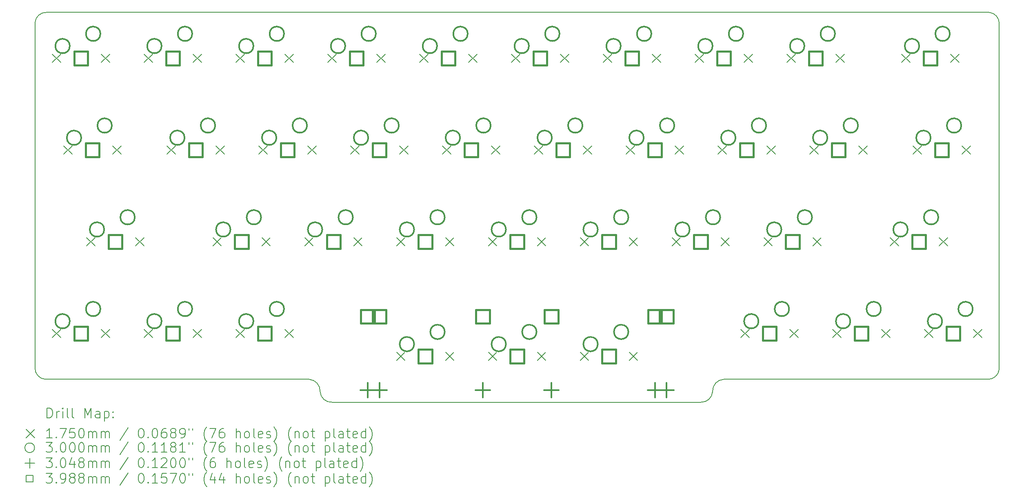
<source format=gbr>
%TF.GenerationSoftware,KiCad,Pcbnew,7.0.6*%
%TF.CreationDate,2023-07-31T23:13:48-04:00*%
%TF.ProjectId,cutiepie2040-standard-stagger,63757469-6570-4696-9532-3034302d7374,rev?*%
%TF.SameCoordinates,PX2d6b3a0PY7aa1830*%
%TF.FileFunction,Drillmap*%
%TF.FilePolarity,Positive*%
%FSLAX45Y45*%
G04 Gerber Fmt 4.5, Leading zero omitted, Abs format (unit mm)*
G04 Created by KiCad (PCBNEW 7.0.6) date 2023-07-31 23:13:48*
%MOMM*%
%LPD*%
G01*
G04 APERTURE LIST*
%ADD10C,0.200000*%
%ADD11C,0.175000*%
%ADD12C,0.300000*%
%ADD13C,0.304800*%
%ADD14C,0.398780*%
G04 APERTURE END LIST*
D10*
X5914395Y219057D02*
G75*
G03*
X6161467Y29I233053J14026D01*
G01*
X-16Y718780D02*
G75*
G03*
X209988Y476279I231184J-11977D01*
G01*
X20002488Y7857758D02*
X20002488Y687593D01*
X209988Y476279D02*
X5683967Y476279D01*
X20002491Y7857758D02*
G75*
G03*
X19794988Y8096279I-227903J11255D01*
G01*
X14287488Y476279D02*
X19761467Y476279D01*
X-12Y718779D02*
X-12Y7886485D01*
X14287488Y476271D02*
G75*
G03*
X14057061Y221978I11920J-242348D01*
G01*
X13809988Y30D02*
G75*
G03*
X14057061Y221978I12570J234502D01*
G01*
X6161467Y29D02*
X13809988Y29D01*
X5914395Y219057D02*
G75*
G03*
X5683967Y476279I-243827J13396D01*
G01*
X239988Y8096279D02*
G75*
G03*
X-12Y7886485I-10890J-229717D01*
G01*
X239988Y8096279D02*
X19794988Y8096279D01*
X19761466Y476275D02*
G75*
G03*
X20002488Y687593I10532J231097D01*
G01*
D11*
X356988Y7231279D02*
X531988Y7056279D01*
X531988Y7231279D02*
X356988Y7056279D01*
X356988Y1516279D02*
X531988Y1341279D01*
X531988Y1516279D02*
X356988Y1341279D01*
X595113Y5326279D02*
X770113Y5151279D01*
X770113Y5326279D02*
X595113Y5151279D01*
X1071363Y3421279D02*
X1246363Y3246279D01*
X1246363Y3421279D02*
X1071363Y3246279D01*
X1372988Y7231279D02*
X1547988Y7056279D01*
X1547988Y7231279D02*
X1372988Y7056279D01*
X1372988Y1516279D02*
X1547988Y1341279D01*
X1547988Y1516279D02*
X1372988Y1341279D01*
X1611113Y5326279D02*
X1786113Y5151279D01*
X1786113Y5326279D02*
X1611113Y5151279D01*
X2087363Y3421279D02*
X2262363Y3246279D01*
X2262363Y3421279D02*
X2087363Y3246279D01*
X2261988Y7231279D02*
X2436988Y7056279D01*
X2436988Y7231279D02*
X2261988Y7056279D01*
X2261988Y1516279D02*
X2436988Y1341279D01*
X2436988Y1516279D02*
X2261988Y1341279D01*
X2738238Y5326279D02*
X2913238Y5151279D01*
X2913238Y5326279D02*
X2738238Y5151279D01*
X3277988Y7231279D02*
X3452988Y7056279D01*
X3452988Y7231279D02*
X3277988Y7056279D01*
X3277988Y1516279D02*
X3452988Y1341279D01*
X3452988Y1516279D02*
X3277988Y1341279D01*
X3690738Y3421279D02*
X3865738Y3246279D01*
X3865738Y3421279D02*
X3690738Y3246279D01*
X3754238Y5326279D02*
X3929238Y5151279D01*
X3929238Y5326279D02*
X3754238Y5151279D01*
X4166988Y7231279D02*
X4341988Y7056279D01*
X4341988Y7231279D02*
X4166988Y7056279D01*
X4166988Y1516279D02*
X4341988Y1341279D01*
X4341988Y1516279D02*
X4166988Y1341279D01*
X4643238Y5326279D02*
X4818238Y5151279D01*
X4818238Y5326279D02*
X4643238Y5151279D01*
X4706738Y3421279D02*
X4881738Y3246279D01*
X4881738Y3421279D02*
X4706738Y3246279D01*
X5182988Y7231279D02*
X5357988Y7056279D01*
X5357988Y7231279D02*
X5182988Y7056279D01*
X5182988Y1516279D02*
X5357988Y1341279D01*
X5357988Y1516279D02*
X5182988Y1341279D01*
X5595738Y3421274D02*
X5770738Y3246274D01*
X5770738Y3421274D02*
X5595738Y3246274D01*
X5659238Y5326279D02*
X5834238Y5151279D01*
X5834238Y5326279D02*
X5659238Y5151279D01*
X6071988Y7231279D02*
X6246988Y7056279D01*
X6246988Y7231279D02*
X6071988Y7056279D01*
X6548238Y5326279D02*
X6723238Y5151279D01*
X6723238Y5326279D02*
X6548238Y5151279D01*
X6611738Y3421274D02*
X6786738Y3246274D01*
X6786738Y3421274D02*
X6611738Y3246274D01*
X7087988Y7231279D02*
X7262988Y7056279D01*
X7262988Y7231279D02*
X7087988Y7056279D01*
X7500738Y3421274D02*
X7675738Y3246274D01*
X7675738Y3421274D02*
X7500738Y3246274D01*
X7500738Y1040029D02*
X7675738Y865029D01*
X7675738Y1040029D02*
X7500738Y865029D01*
X7564238Y5326279D02*
X7739238Y5151279D01*
X7739238Y5326279D02*
X7564238Y5151279D01*
X7976988Y7231279D02*
X8151988Y7056279D01*
X8151988Y7231279D02*
X7976988Y7056279D01*
X8453238Y5326279D02*
X8628238Y5151279D01*
X8628238Y5326279D02*
X8453238Y5151279D01*
X8516738Y3421274D02*
X8691738Y3246274D01*
X8691738Y3421274D02*
X8516738Y3246274D01*
X8516738Y1040029D02*
X8691738Y865029D01*
X8691738Y1040029D02*
X8516738Y865029D01*
X8992988Y7231279D02*
X9167988Y7056279D01*
X9167988Y7231279D02*
X8992988Y7056279D01*
X9405738Y3421279D02*
X9580738Y3246279D01*
X9580738Y3421279D02*
X9405738Y3246279D01*
X9405738Y1040002D02*
X9580738Y865002D01*
X9580738Y1040002D02*
X9405738Y865002D01*
X9469238Y5326279D02*
X9644238Y5151279D01*
X9644238Y5326279D02*
X9469238Y5151279D01*
X9881988Y7231279D02*
X10056988Y7056279D01*
X10056988Y7231279D02*
X9881988Y7056279D01*
X10358238Y5326279D02*
X10533238Y5151279D01*
X10533238Y5326279D02*
X10358238Y5151279D01*
X10421738Y3421279D02*
X10596738Y3246279D01*
X10596738Y3421279D02*
X10421738Y3246279D01*
X10421738Y1040002D02*
X10596738Y865002D01*
X10596738Y1040002D02*
X10421738Y865002D01*
X10897988Y7231279D02*
X11072988Y7056279D01*
X11072988Y7231279D02*
X10897988Y7056279D01*
X11310738Y3421274D02*
X11485738Y3246274D01*
X11485738Y3421274D02*
X11310738Y3246274D01*
X11310738Y1040002D02*
X11485738Y865002D01*
X11485738Y1040002D02*
X11310738Y865002D01*
X11374238Y5326279D02*
X11549238Y5151279D01*
X11549238Y5326279D02*
X11374238Y5151279D01*
X11786988Y7231279D02*
X11961988Y7056279D01*
X11961988Y7231279D02*
X11786988Y7056279D01*
X12263238Y5326279D02*
X12438238Y5151279D01*
X12438238Y5326279D02*
X12263238Y5151279D01*
X12326738Y3421274D02*
X12501738Y3246274D01*
X12501738Y3421274D02*
X12326738Y3246274D01*
X12326738Y1040002D02*
X12501738Y865002D01*
X12501738Y1040002D02*
X12326738Y865002D01*
X12802988Y7231279D02*
X12977988Y7056279D01*
X12977988Y7231279D02*
X12802988Y7056279D01*
X13215738Y3421279D02*
X13390738Y3246279D01*
X13390738Y3421279D02*
X13215738Y3246279D01*
X13279238Y5326279D02*
X13454238Y5151279D01*
X13454238Y5326279D02*
X13279238Y5151279D01*
X13691988Y7231279D02*
X13866988Y7056279D01*
X13866988Y7231279D02*
X13691988Y7056279D01*
X14168238Y5326279D02*
X14343238Y5151279D01*
X14343238Y5326279D02*
X14168238Y5151279D01*
X14231738Y3421279D02*
X14406738Y3246279D01*
X14406738Y3421279D02*
X14231738Y3246279D01*
X14644488Y1516279D02*
X14819488Y1341279D01*
X14819488Y1516279D02*
X14644488Y1341279D01*
X14707988Y7231279D02*
X14882988Y7056279D01*
X14882988Y7231279D02*
X14707988Y7056279D01*
X15120738Y3421279D02*
X15295738Y3246279D01*
X15295738Y3421279D02*
X15120738Y3246279D01*
X15184238Y5326279D02*
X15359238Y5151279D01*
X15359238Y5326279D02*
X15184238Y5151279D01*
X15596988Y7231279D02*
X15771988Y7056279D01*
X15771988Y7231279D02*
X15596988Y7056279D01*
X15660488Y1516279D02*
X15835488Y1341279D01*
X15835488Y1516279D02*
X15660488Y1341279D01*
X16073238Y5326279D02*
X16248238Y5151279D01*
X16248238Y5326279D02*
X16073238Y5151279D01*
X16136738Y3421279D02*
X16311738Y3246279D01*
X16311738Y3421279D02*
X16136738Y3246279D01*
X16549488Y1516279D02*
X16724488Y1341279D01*
X16724488Y1516279D02*
X16549488Y1341279D01*
X16612988Y7231279D02*
X16787988Y7056279D01*
X16787988Y7231279D02*
X16612988Y7056279D01*
X17089238Y5326279D02*
X17264238Y5151279D01*
X17264238Y5326279D02*
X17089238Y5151279D01*
X17565488Y1516279D02*
X17740488Y1341279D01*
X17740488Y1516279D02*
X17565488Y1341279D01*
X17740113Y3421258D02*
X17915113Y3246258D01*
X17915113Y3421258D02*
X17740113Y3246258D01*
X17978238Y7231279D02*
X18153238Y7056279D01*
X18153238Y7231279D02*
X17978238Y7056279D01*
X18216363Y5326279D02*
X18391363Y5151279D01*
X18391363Y5326279D02*
X18216363Y5151279D01*
X18454488Y1516279D02*
X18629488Y1341279D01*
X18629488Y1516279D02*
X18454488Y1341279D01*
X18756113Y3421258D02*
X18931113Y3246258D01*
X18931113Y3421258D02*
X18756113Y3246258D01*
X18994238Y7231279D02*
X19169238Y7056279D01*
X19169238Y7231279D02*
X18994238Y7056279D01*
X19232363Y5326279D02*
X19407363Y5151279D01*
X19407363Y5326279D02*
X19232363Y5151279D01*
X19470488Y1516279D02*
X19645488Y1341279D01*
X19645488Y1516279D02*
X19470488Y1341279D01*
D12*
X721488Y7397779D02*
G75*
G03*
X721488Y7397779I-150000J0D01*
G01*
X721488Y1682779D02*
G75*
G03*
X721488Y1682779I-150000J0D01*
G01*
X959613Y5492779D02*
G75*
G03*
X959613Y5492779I-150000J0D01*
G01*
X1356488Y7651779D02*
G75*
G03*
X1356488Y7651779I-150000J0D01*
G01*
X1356488Y1936779D02*
G75*
G03*
X1356488Y1936779I-150000J0D01*
G01*
X1435863Y3587779D02*
G75*
G03*
X1435863Y3587779I-150000J0D01*
G01*
X1594613Y5746779D02*
G75*
G03*
X1594613Y5746779I-150000J0D01*
G01*
X2070863Y3841779D02*
G75*
G03*
X2070863Y3841779I-150000J0D01*
G01*
X2626488Y7397779D02*
G75*
G03*
X2626488Y7397779I-150000J0D01*
G01*
X2626488Y1682779D02*
G75*
G03*
X2626488Y1682779I-150000J0D01*
G01*
X3102738Y5492779D02*
G75*
G03*
X3102738Y5492779I-150000J0D01*
G01*
X3261488Y7651779D02*
G75*
G03*
X3261488Y7651779I-150000J0D01*
G01*
X3261488Y1936779D02*
G75*
G03*
X3261488Y1936779I-150000J0D01*
G01*
X3737738Y5746779D02*
G75*
G03*
X3737738Y5746779I-150000J0D01*
G01*
X4055238Y3587779D02*
G75*
G03*
X4055238Y3587779I-150000J0D01*
G01*
X4531488Y7397779D02*
G75*
G03*
X4531488Y7397779I-150000J0D01*
G01*
X4531488Y1682779D02*
G75*
G03*
X4531488Y1682779I-150000J0D01*
G01*
X4690238Y3841779D02*
G75*
G03*
X4690238Y3841779I-150000J0D01*
G01*
X5007738Y5492779D02*
G75*
G03*
X5007738Y5492779I-150000J0D01*
G01*
X5166488Y7651779D02*
G75*
G03*
X5166488Y7651779I-150000J0D01*
G01*
X5166488Y1936779D02*
G75*
G03*
X5166488Y1936779I-150000J0D01*
G01*
X5642738Y5746779D02*
G75*
G03*
X5642738Y5746779I-150000J0D01*
G01*
X5960238Y3587774D02*
G75*
G03*
X5960238Y3587774I-150000J0D01*
G01*
X6436488Y7397779D02*
G75*
G03*
X6436488Y7397779I-150000J0D01*
G01*
X6595238Y3841774D02*
G75*
G03*
X6595238Y3841774I-150000J0D01*
G01*
X6912738Y5492779D02*
G75*
G03*
X6912738Y5492779I-150000J0D01*
G01*
X7071488Y7651779D02*
G75*
G03*
X7071488Y7651779I-150000J0D01*
G01*
X7547738Y5746779D02*
G75*
G03*
X7547738Y5746779I-150000J0D01*
G01*
X7865238Y3587774D02*
G75*
G03*
X7865238Y3587774I-150000J0D01*
G01*
X7865238Y1206529D02*
G75*
G03*
X7865238Y1206529I-150000J0D01*
G01*
X8341488Y7397779D02*
G75*
G03*
X8341488Y7397779I-150000J0D01*
G01*
X8500238Y3841774D02*
G75*
G03*
X8500238Y3841774I-150000J0D01*
G01*
X8500238Y1460529D02*
G75*
G03*
X8500238Y1460529I-150000J0D01*
G01*
X8817738Y5492779D02*
G75*
G03*
X8817738Y5492779I-150000J0D01*
G01*
X8976488Y7651779D02*
G75*
G03*
X8976488Y7651779I-150000J0D01*
G01*
X9452738Y5746779D02*
G75*
G03*
X9452738Y5746779I-150000J0D01*
G01*
X9770238Y3587779D02*
G75*
G03*
X9770238Y3587779I-150000J0D01*
G01*
X9770238Y1206502D02*
G75*
G03*
X9770238Y1206502I-150000J0D01*
G01*
X10246488Y7397779D02*
G75*
G03*
X10246488Y7397779I-150000J0D01*
G01*
X10405238Y3841779D02*
G75*
G03*
X10405238Y3841779I-150000J0D01*
G01*
X10405238Y1460502D02*
G75*
G03*
X10405238Y1460502I-150000J0D01*
G01*
X10722738Y5492779D02*
G75*
G03*
X10722738Y5492779I-150000J0D01*
G01*
X10881488Y7651779D02*
G75*
G03*
X10881488Y7651779I-150000J0D01*
G01*
X11357738Y5746779D02*
G75*
G03*
X11357738Y5746779I-150000J0D01*
G01*
X11675238Y3587774D02*
G75*
G03*
X11675238Y3587774I-150000J0D01*
G01*
X11675238Y1206502D02*
G75*
G03*
X11675238Y1206502I-150000J0D01*
G01*
X12151488Y7397779D02*
G75*
G03*
X12151488Y7397779I-150000J0D01*
G01*
X12310238Y3841774D02*
G75*
G03*
X12310238Y3841774I-150000J0D01*
G01*
X12310238Y1460502D02*
G75*
G03*
X12310238Y1460502I-150000J0D01*
G01*
X12627738Y5492779D02*
G75*
G03*
X12627738Y5492779I-150000J0D01*
G01*
X12786488Y7651779D02*
G75*
G03*
X12786488Y7651779I-150000J0D01*
G01*
X13262738Y5746779D02*
G75*
G03*
X13262738Y5746779I-150000J0D01*
G01*
X13580238Y3587779D02*
G75*
G03*
X13580238Y3587779I-150000J0D01*
G01*
X14056488Y7397779D02*
G75*
G03*
X14056488Y7397779I-150000J0D01*
G01*
X14215238Y3841779D02*
G75*
G03*
X14215238Y3841779I-150000J0D01*
G01*
X14532738Y5492779D02*
G75*
G03*
X14532738Y5492779I-150000J0D01*
G01*
X14691488Y7651779D02*
G75*
G03*
X14691488Y7651779I-150000J0D01*
G01*
X15008988Y1682779D02*
G75*
G03*
X15008988Y1682779I-150000J0D01*
G01*
X15167738Y5746779D02*
G75*
G03*
X15167738Y5746779I-150000J0D01*
G01*
X15485238Y3587779D02*
G75*
G03*
X15485238Y3587779I-150000J0D01*
G01*
X15643988Y1936779D02*
G75*
G03*
X15643988Y1936779I-150000J0D01*
G01*
X15961488Y7397779D02*
G75*
G03*
X15961488Y7397779I-150000J0D01*
G01*
X16120238Y3841779D02*
G75*
G03*
X16120238Y3841779I-150000J0D01*
G01*
X16437738Y5492779D02*
G75*
G03*
X16437738Y5492779I-150000J0D01*
G01*
X16596488Y7651779D02*
G75*
G03*
X16596488Y7651779I-150000J0D01*
G01*
X16913988Y1682779D02*
G75*
G03*
X16913988Y1682779I-150000J0D01*
G01*
X17072738Y5746779D02*
G75*
G03*
X17072738Y5746779I-150000J0D01*
G01*
X17548988Y1936779D02*
G75*
G03*
X17548988Y1936779I-150000J0D01*
G01*
X18104613Y3587758D02*
G75*
G03*
X18104613Y3587758I-150000J0D01*
G01*
X18342738Y7397779D02*
G75*
G03*
X18342738Y7397779I-150000J0D01*
G01*
X18580863Y5492779D02*
G75*
G03*
X18580863Y5492779I-150000J0D01*
G01*
X18739613Y3841758D02*
G75*
G03*
X18739613Y3841758I-150000J0D01*
G01*
X18818988Y1682779D02*
G75*
G03*
X18818988Y1682779I-150000J0D01*
G01*
X18977738Y7651779D02*
G75*
G03*
X18977738Y7651779I-150000J0D01*
G01*
X19215863Y5746779D02*
G75*
G03*
X19215863Y5746779I-150000J0D01*
G01*
X19453988Y1936779D02*
G75*
G03*
X19453988Y1936779I-150000J0D01*
G01*
D13*
X6902438Y406429D02*
X6902438Y101629D01*
X6750038Y254029D02*
X7054838Y254029D01*
X7143738Y406402D02*
X7143738Y101602D01*
X6991338Y254002D02*
X7296138Y254002D01*
X9290038Y406429D02*
X9290038Y101629D01*
X9137638Y254029D02*
X9442438Y254029D01*
X10712438Y406402D02*
X10712438Y101602D01*
X10560038Y254002D02*
X10864838Y254002D01*
X12858738Y406402D02*
X12858738Y101602D01*
X12706338Y254002D02*
X13011138Y254002D01*
X13100038Y406402D02*
X13100038Y101602D01*
X12947638Y254002D02*
X13252438Y254002D01*
D14*
X1093479Y7002788D02*
X1093479Y7284771D01*
X811497Y7284771D01*
X811497Y7002788D01*
X1093479Y7002788D01*
X1093479Y1287788D02*
X1093479Y1569771D01*
X811497Y1569771D01*
X811497Y1287788D01*
X1093479Y1287788D01*
X1331604Y5097788D02*
X1331604Y5379771D01*
X1049622Y5379771D01*
X1049622Y5097788D01*
X1331604Y5097788D01*
X1807854Y3192788D02*
X1807854Y3474771D01*
X1525872Y3474771D01*
X1525872Y3192788D01*
X1807854Y3192788D01*
X2998479Y7002788D02*
X2998479Y7284771D01*
X2716497Y7284771D01*
X2716497Y7002788D01*
X2998479Y7002788D01*
X2998479Y1287788D02*
X2998479Y1569771D01*
X2716497Y1569771D01*
X2716497Y1287788D01*
X2998479Y1287788D01*
X3474729Y5097788D02*
X3474729Y5379771D01*
X3192747Y5379771D01*
X3192747Y5097788D01*
X3474729Y5097788D01*
X4427229Y3192788D02*
X4427229Y3474771D01*
X4145247Y3474771D01*
X4145247Y3192788D01*
X4427229Y3192788D01*
X4903479Y7002788D02*
X4903479Y7284771D01*
X4621497Y7284771D01*
X4621497Y7002788D01*
X4903479Y7002788D01*
X4903479Y1287788D02*
X4903479Y1569771D01*
X4621497Y1569771D01*
X4621497Y1287788D01*
X4903479Y1287788D01*
X5379729Y5097788D02*
X5379729Y5379771D01*
X5097747Y5379771D01*
X5097747Y5097788D01*
X5379729Y5097788D01*
X6334208Y3192783D02*
X6334208Y3474766D01*
X6052225Y3474766D01*
X6052225Y3192783D01*
X6334208Y3192783D01*
X6808479Y7002788D02*
X6808479Y7284771D01*
X6526497Y7284771D01*
X6526497Y7002788D01*
X6808479Y7002788D01*
X7043429Y1637038D02*
X7043429Y1919021D01*
X6761447Y1919021D01*
X6761447Y1637038D01*
X7043429Y1637038D01*
X7284729Y5097788D02*
X7284729Y5379771D01*
X7002747Y5379771D01*
X7002747Y5097788D01*
X7284729Y5097788D01*
X7284729Y1637011D02*
X7284729Y1918994D01*
X7002747Y1918994D01*
X7002747Y1637011D01*
X7284729Y1637011D01*
X8237229Y3192783D02*
X8237229Y3474766D01*
X7955247Y3474766D01*
X7955247Y3192783D01*
X8237229Y3192783D01*
X8237229Y811538D02*
X8237229Y1093521D01*
X7955247Y1093521D01*
X7955247Y811538D01*
X8237229Y811538D01*
X8713479Y7002788D02*
X8713479Y7284771D01*
X8431497Y7284771D01*
X8431497Y7002788D01*
X8713479Y7002788D01*
X9189729Y5097788D02*
X9189729Y5379771D01*
X8907747Y5379771D01*
X8907747Y5097788D01*
X9189729Y5097788D01*
X9431029Y1637038D02*
X9431029Y1919021D01*
X9149047Y1919021D01*
X9149047Y1637038D01*
X9431029Y1637038D01*
X10142229Y3192788D02*
X10142229Y3474771D01*
X9860247Y3474771D01*
X9860247Y3192788D01*
X10142229Y3192788D01*
X10142229Y811511D02*
X10142229Y1093494D01*
X9860247Y1093494D01*
X9860247Y811511D01*
X10142229Y811511D01*
X10618479Y7002788D02*
X10618479Y7284771D01*
X10336497Y7284771D01*
X10336497Y7002788D01*
X10618479Y7002788D01*
X10853429Y1637011D02*
X10853429Y1918994D01*
X10571447Y1918994D01*
X10571447Y1637011D01*
X10853429Y1637011D01*
X11094729Y5097788D02*
X11094729Y5379771D01*
X10812747Y5379771D01*
X10812747Y5097788D01*
X11094729Y5097788D01*
X12047229Y3192783D02*
X12047229Y3474766D01*
X11765247Y3474766D01*
X11765247Y3192783D01*
X12047229Y3192783D01*
X12047229Y811511D02*
X12047229Y1093494D01*
X11765247Y1093494D01*
X11765247Y811511D01*
X12047229Y811511D01*
X12523479Y7002788D02*
X12523479Y7284771D01*
X12241497Y7284771D01*
X12241497Y7002788D01*
X12523479Y7002788D01*
X12999729Y5097788D02*
X12999729Y5379771D01*
X12717747Y5379771D01*
X12717747Y5097788D01*
X12999729Y5097788D01*
X12999729Y1637011D02*
X12999729Y1918994D01*
X12717747Y1918994D01*
X12717747Y1637011D01*
X12999729Y1637011D01*
X13241029Y1637011D02*
X13241029Y1918994D01*
X12959047Y1918994D01*
X12959047Y1637011D01*
X13241029Y1637011D01*
X13952229Y3192788D02*
X13952229Y3474771D01*
X13670247Y3474771D01*
X13670247Y3192788D01*
X13952229Y3192788D01*
X14428479Y7002788D02*
X14428479Y7284771D01*
X14146497Y7284771D01*
X14146497Y7002788D01*
X14428479Y7002788D01*
X14904729Y5097788D02*
X14904729Y5379771D01*
X14622747Y5379771D01*
X14622747Y5097788D01*
X14904729Y5097788D01*
X15380979Y1287788D02*
X15380979Y1569771D01*
X15098997Y1569771D01*
X15098997Y1287788D01*
X15380979Y1287788D01*
X15857229Y3192788D02*
X15857229Y3474771D01*
X15575247Y3474771D01*
X15575247Y3192788D01*
X15857229Y3192788D01*
X16333479Y7002788D02*
X16333479Y7284771D01*
X16051497Y7284771D01*
X16051497Y7002788D01*
X16333479Y7002788D01*
X16809729Y5097788D02*
X16809729Y5379771D01*
X16527747Y5379771D01*
X16527747Y5097788D01*
X16809729Y5097788D01*
X17285979Y1287788D02*
X17285979Y1569771D01*
X17003997Y1569771D01*
X17003997Y1287788D01*
X17285979Y1287788D01*
X18476604Y3192767D02*
X18476604Y3474750D01*
X18194622Y3474750D01*
X18194622Y3192767D01*
X18476604Y3192767D01*
X18714729Y7002788D02*
X18714729Y7284771D01*
X18432747Y7284771D01*
X18432747Y7002788D01*
X18714729Y7002788D01*
X18952854Y5097788D02*
X18952854Y5379771D01*
X18670872Y5379771D01*
X18670872Y5097788D01*
X18952854Y5097788D01*
X19190979Y1287788D02*
X19190979Y1569771D01*
X18908997Y1569771D01*
X18908997Y1287788D01*
X19190979Y1287788D01*
D10*
X250451Y-321876D02*
X250451Y-121876D01*
X250451Y-121876D02*
X298070Y-121876D01*
X298070Y-121876D02*
X326641Y-131399D01*
X326641Y-131399D02*
X345689Y-150447D01*
X345689Y-150447D02*
X355213Y-169495D01*
X355213Y-169495D02*
X364737Y-207590D01*
X364737Y-207590D02*
X364737Y-236161D01*
X364737Y-236161D02*
X355213Y-274257D01*
X355213Y-274257D02*
X345689Y-293304D01*
X345689Y-293304D02*
X326641Y-312352D01*
X326641Y-312352D02*
X298070Y-321876D01*
X298070Y-321876D02*
X250451Y-321876D01*
X450451Y-321876D02*
X450451Y-188542D01*
X450451Y-226637D02*
X459975Y-207590D01*
X459975Y-207590D02*
X469498Y-198066D01*
X469498Y-198066D02*
X488546Y-188542D01*
X488546Y-188542D02*
X507594Y-188542D01*
X574260Y-321876D02*
X574260Y-188542D01*
X574260Y-121876D02*
X564737Y-131399D01*
X564737Y-131399D02*
X574260Y-140923D01*
X574260Y-140923D02*
X583784Y-131399D01*
X583784Y-131399D02*
X574260Y-121876D01*
X574260Y-121876D02*
X574260Y-140923D01*
X698070Y-321876D02*
X679022Y-312352D01*
X679022Y-312352D02*
X669499Y-293304D01*
X669499Y-293304D02*
X669499Y-121876D01*
X802832Y-321876D02*
X783784Y-312352D01*
X783784Y-312352D02*
X774260Y-293304D01*
X774260Y-293304D02*
X774260Y-121876D01*
X1031403Y-321876D02*
X1031403Y-121876D01*
X1031403Y-121876D02*
X1098070Y-264733D01*
X1098070Y-264733D02*
X1164737Y-121876D01*
X1164737Y-121876D02*
X1164737Y-321876D01*
X1345689Y-321876D02*
X1345689Y-217114D01*
X1345689Y-217114D02*
X1336165Y-198066D01*
X1336165Y-198066D02*
X1317118Y-188542D01*
X1317118Y-188542D02*
X1279022Y-188542D01*
X1279022Y-188542D02*
X1259975Y-198066D01*
X1345689Y-312352D02*
X1326641Y-321876D01*
X1326641Y-321876D02*
X1279022Y-321876D01*
X1279022Y-321876D02*
X1259975Y-312352D01*
X1259975Y-312352D02*
X1250451Y-293304D01*
X1250451Y-293304D02*
X1250451Y-274257D01*
X1250451Y-274257D02*
X1259975Y-255209D01*
X1259975Y-255209D02*
X1279022Y-245685D01*
X1279022Y-245685D02*
X1326641Y-245685D01*
X1326641Y-245685D02*
X1345689Y-236161D01*
X1440927Y-188542D02*
X1440927Y-388542D01*
X1440927Y-198066D02*
X1459975Y-188542D01*
X1459975Y-188542D02*
X1498070Y-188542D01*
X1498070Y-188542D02*
X1517118Y-198066D01*
X1517118Y-198066D02*
X1526641Y-207590D01*
X1526641Y-207590D02*
X1536165Y-226637D01*
X1536165Y-226637D02*
X1536165Y-283780D01*
X1536165Y-283780D02*
X1526641Y-302828D01*
X1526641Y-302828D02*
X1517118Y-312352D01*
X1517118Y-312352D02*
X1498070Y-321876D01*
X1498070Y-321876D02*
X1459975Y-321876D01*
X1459975Y-321876D02*
X1440927Y-312352D01*
X1621879Y-302828D02*
X1631403Y-312352D01*
X1631403Y-312352D02*
X1621879Y-321876D01*
X1621879Y-321876D02*
X1612356Y-312352D01*
X1612356Y-312352D02*
X1621879Y-302828D01*
X1621879Y-302828D02*
X1621879Y-321876D01*
X1621879Y-198066D02*
X1631403Y-207590D01*
X1631403Y-207590D02*
X1621879Y-217114D01*
X1621879Y-217114D02*
X1612356Y-207590D01*
X1612356Y-207590D02*
X1621879Y-198066D01*
X1621879Y-198066D02*
X1621879Y-217114D01*
D11*
X-185326Y-562892D02*
X-10326Y-737892D01*
X-10326Y-562892D02*
X-185326Y-737892D01*
D10*
X355213Y-741876D02*
X240927Y-741876D01*
X298070Y-741876D02*
X298070Y-541876D01*
X298070Y-541876D02*
X279022Y-570447D01*
X279022Y-570447D02*
X259975Y-589495D01*
X259975Y-589495D02*
X240927Y-599018D01*
X440927Y-722828D02*
X450451Y-732352D01*
X450451Y-732352D02*
X440927Y-741876D01*
X440927Y-741876D02*
X431403Y-732352D01*
X431403Y-732352D02*
X440927Y-722828D01*
X440927Y-722828D02*
X440927Y-741876D01*
X517118Y-541876D02*
X650451Y-541876D01*
X650451Y-541876D02*
X564737Y-741876D01*
X821879Y-541876D02*
X726641Y-541876D01*
X726641Y-541876D02*
X717118Y-637114D01*
X717118Y-637114D02*
X726641Y-627590D01*
X726641Y-627590D02*
X745689Y-618066D01*
X745689Y-618066D02*
X793308Y-618066D01*
X793308Y-618066D02*
X812356Y-627590D01*
X812356Y-627590D02*
X821879Y-637114D01*
X821879Y-637114D02*
X831403Y-656161D01*
X831403Y-656161D02*
X831403Y-703780D01*
X831403Y-703780D02*
X821879Y-722828D01*
X821879Y-722828D02*
X812356Y-732352D01*
X812356Y-732352D02*
X793308Y-741876D01*
X793308Y-741876D02*
X745689Y-741876D01*
X745689Y-741876D02*
X726641Y-732352D01*
X726641Y-732352D02*
X717118Y-722828D01*
X955213Y-541876D02*
X974260Y-541876D01*
X974260Y-541876D02*
X993308Y-551399D01*
X993308Y-551399D02*
X1002832Y-560923D01*
X1002832Y-560923D02*
X1012356Y-579971D01*
X1012356Y-579971D02*
X1021879Y-618066D01*
X1021879Y-618066D02*
X1021879Y-665685D01*
X1021879Y-665685D02*
X1012356Y-703780D01*
X1012356Y-703780D02*
X1002832Y-722828D01*
X1002832Y-722828D02*
X993308Y-732352D01*
X993308Y-732352D02*
X974260Y-741876D01*
X974260Y-741876D02*
X955213Y-741876D01*
X955213Y-741876D02*
X936165Y-732352D01*
X936165Y-732352D02*
X926641Y-722828D01*
X926641Y-722828D02*
X917118Y-703780D01*
X917118Y-703780D02*
X907594Y-665685D01*
X907594Y-665685D02*
X907594Y-618066D01*
X907594Y-618066D02*
X917118Y-579971D01*
X917118Y-579971D02*
X926641Y-560923D01*
X926641Y-560923D02*
X936165Y-551399D01*
X936165Y-551399D02*
X955213Y-541876D01*
X1107594Y-741876D02*
X1107594Y-608542D01*
X1107594Y-627590D02*
X1117118Y-618066D01*
X1117118Y-618066D02*
X1136165Y-608542D01*
X1136165Y-608542D02*
X1164737Y-608542D01*
X1164737Y-608542D02*
X1183784Y-618066D01*
X1183784Y-618066D02*
X1193308Y-637114D01*
X1193308Y-637114D02*
X1193308Y-741876D01*
X1193308Y-637114D02*
X1202832Y-618066D01*
X1202832Y-618066D02*
X1221880Y-608542D01*
X1221880Y-608542D02*
X1250451Y-608542D01*
X1250451Y-608542D02*
X1269499Y-618066D01*
X1269499Y-618066D02*
X1279022Y-637114D01*
X1279022Y-637114D02*
X1279022Y-741876D01*
X1374261Y-741876D02*
X1374261Y-608542D01*
X1374261Y-627590D02*
X1383784Y-618066D01*
X1383784Y-618066D02*
X1402832Y-608542D01*
X1402832Y-608542D02*
X1431403Y-608542D01*
X1431403Y-608542D02*
X1450451Y-618066D01*
X1450451Y-618066D02*
X1459975Y-637114D01*
X1459975Y-637114D02*
X1459975Y-741876D01*
X1459975Y-637114D02*
X1469499Y-618066D01*
X1469499Y-618066D02*
X1488546Y-608542D01*
X1488546Y-608542D02*
X1517118Y-608542D01*
X1517118Y-608542D02*
X1536165Y-618066D01*
X1536165Y-618066D02*
X1545689Y-637114D01*
X1545689Y-637114D02*
X1545689Y-741876D01*
X1936165Y-532352D02*
X1764737Y-789495D01*
X2193308Y-541876D02*
X2212356Y-541876D01*
X2212356Y-541876D02*
X2231404Y-551399D01*
X2231404Y-551399D02*
X2240927Y-560923D01*
X2240927Y-560923D02*
X2250451Y-579971D01*
X2250451Y-579971D02*
X2259975Y-618066D01*
X2259975Y-618066D02*
X2259975Y-665685D01*
X2259975Y-665685D02*
X2250451Y-703780D01*
X2250451Y-703780D02*
X2240927Y-722828D01*
X2240927Y-722828D02*
X2231404Y-732352D01*
X2231404Y-732352D02*
X2212356Y-741876D01*
X2212356Y-741876D02*
X2193308Y-741876D01*
X2193308Y-741876D02*
X2174261Y-732352D01*
X2174261Y-732352D02*
X2164737Y-722828D01*
X2164737Y-722828D02*
X2155213Y-703780D01*
X2155213Y-703780D02*
X2145689Y-665685D01*
X2145689Y-665685D02*
X2145689Y-618066D01*
X2145689Y-618066D02*
X2155213Y-579971D01*
X2155213Y-579971D02*
X2164737Y-560923D01*
X2164737Y-560923D02*
X2174261Y-551399D01*
X2174261Y-551399D02*
X2193308Y-541876D01*
X2345689Y-722828D02*
X2355213Y-732352D01*
X2355213Y-732352D02*
X2345689Y-741876D01*
X2345689Y-741876D02*
X2336165Y-732352D01*
X2336165Y-732352D02*
X2345689Y-722828D01*
X2345689Y-722828D02*
X2345689Y-741876D01*
X2479023Y-541876D02*
X2498070Y-541876D01*
X2498070Y-541876D02*
X2517118Y-551399D01*
X2517118Y-551399D02*
X2526642Y-560923D01*
X2526642Y-560923D02*
X2536165Y-579971D01*
X2536165Y-579971D02*
X2545689Y-618066D01*
X2545689Y-618066D02*
X2545689Y-665685D01*
X2545689Y-665685D02*
X2536165Y-703780D01*
X2536165Y-703780D02*
X2526642Y-722828D01*
X2526642Y-722828D02*
X2517118Y-732352D01*
X2517118Y-732352D02*
X2498070Y-741876D01*
X2498070Y-741876D02*
X2479023Y-741876D01*
X2479023Y-741876D02*
X2459975Y-732352D01*
X2459975Y-732352D02*
X2450451Y-722828D01*
X2450451Y-722828D02*
X2440927Y-703780D01*
X2440927Y-703780D02*
X2431404Y-665685D01*
X2431404Y-665685D02*
X2431404Y-618066D01*
X2431404Y-618066D02*
X2440927Y-579971D01*
X2440927Y-579971D02*
X2450451Y-560923D01*
X2450451Y-560923D02*
X2459975Y-551399D01*
X2459975Y-551399D02*
X2479023Y-541876D01*
X2717118Y-541876D02*
X2679023Y-541876D01*
X2679023Y-541876D02*
X2659975Y-551399D01*
X2659975Y-551399D02*
X2650451Y-560923D01*
X2650451Y-560923D02*
X2631404Y-589495D01*
X2631404Y-589495D02*
X2621880Y-627590D01*
X2621880Y-627590D02*
X2621880Y-703780D01*
X2621880Y-703780D02*
X2631404Y-722828D01*
X2631404Y-722828D02*
X2640927Y-732352D01*
X2640927Y-732352D02*
X2659975Y-741876D01*
X2659975Y-741876D02*
X2698070Y-741876D01*
X2698070Y-741876D02*
X2717118Y-732352D01*
X2717118Y-732352D02*
X2726642Y-722828D01*
X2726642Y-722828D02*
X2736165Y-703780D01*
X2736165Y-703780D02*
X2736165Y-656161D01*
X2736165Y-656161D02*
X2726642Y-637114D01*
X2726642Y-637114D02*
X2717118Y-627590D01*
X2717118Y-627590D02*
X2698070Y-618066D01*
X2698070Y-618066D02*
X2659975Y-618066D01*
X2659975Y-618066D02*
X2640927Y-627590D01*
X2640927Y-627590D02*
X2631404Y-637114D01*
X2631404Y-637114D02*
X2621880Y-656161D01*
X2850451Y-627590D02*
X2831403Y-618066D01*
X2831403Y-618066D02*
X2821880Y-608542D01*
X2821880Y-608542D02*
X2812356Y-589495D01*
X2812356Y-589495D02*
X2812356Y-579971D01*
X2812356Y-579971D02*
X2821880Y-560923D01*
X2821880Y-560923D02*
X2831403Y-551399D01*
X2831403Y-551399D02*
X2850451Y-541876D01*
X2850451Y-541876D02*
X2888546Y-541876D01*
X2888546Y-541876D02*
X2907594Y-551399D01*
X2907594Y-551399D02*
X2917118Y-560923D01*
X2917118Y-560923D02*
X2926642Y-579971D01*
X2926642Y-579971D02*
X2926642Y-589495D01*
X2926642Y-589495D02*
X2917118Y-608542D01*
X2917118Y-608542D02*
X2907594Y-618066D01*
X2907594Y-618066D02*
X2888546Y-627590D01*
X2888546Y-627590D02*
X2850451Y-627590D01*
X2850451Y-627590D02*
X2831403Y-637114D01*
X2831403Y-637114D02*
X2821880Y-646638D01*
X2821880Y-646638D02*
X2812356Y-665685D01*
X2812356Y-665685D02*
X2812356Y-703780D01*
X2812356Y-703780D02*
X2821880Y-722828D01*
X2821880Y-722828D02*
X2831403Y-732352D01*
X2831403Y-732352D02*
X2850451Y-741876D01*
X2850451Y-741876D02*
X2888546Y-741876D01*
X2888546Y-741876D02*
X2907594Y-732352D01*
X2907594Y-732352D02*
X2917118Y-722828D01*
X2917118Y-722828D02*
X2926642Y-703780D01*
X2926642Y-703780D02*
X2926642Y-665685D01*
X2926642Y-665685D02*
X2917118Y-646638D01*
X2917118Y-646638D02*
X2907594Y-637114D01*
X2907594Y-637114D02*
X2888546Y-627590D01*
X3021880Y-741876D02*
X3059975Y-741876D01*
X3059975Y-741876D02*
X3079023Y-732352D01*
X3079023Y-732352D02*
X3088546Y-722828D01*
X3088546Y-722828D02*
X3107594Y-694257D01*
X3107594Y-694257D02*
X3117118Y-656161D01*
X3117118Y-656161D02*
X3117118Y-579971D01*
X3117118Y-579971D02*
X3107594Y-560923D01*
X3107594Y-560923D02*
X3098070Y-551399D01*
X3098070Y-551399D02*
X3079023Y-541876D01*
X3079023Y-541876D02*
X3040927Y-541876D01*
X3040927Y-541876D02*
X3021880Y-551399D01*
X3021880Y-551399D02*
X3012356Y-560923D01*
X3012356Y-560923D02*
X3002832Y-579971D01*
X3002832Y-579971D02*
X3002832Y-627590D01*
X3002832Y-627590D02*
X3012356Y-646638D01*
X3012356Y-646638D02*
X3021880Y-656161D01*
X3021880Y-656161D02*
X3040927Y-665685D01*
X3040927Y-665685D02*
X3079023Y-665685D01*
X3079023Y-665685D02*
X3098070Y-656161D01*
X3098070Y-656161D02*
X3107594Y-646638D01*
X3107594Y-646638D02*
X3117118Y-627590D01*
X3193308Y-541876D02*
X3193308Y-579971D01*
X3269499Y-541876D02*
X3269499Y-579971D01*
X3564737Y-818066D02*
X3555213Y-808542D01*
X3555213Y-808542D02*
X3536165Y-779971D01*
X3536165Y-779971D02*
X3526642Y-760923D01*
X3526642Y-760923D02*
X3517118Y-732352D01*
X3517118Y-732352D02*
X3507594Y-684733D01*
X3507594Y-684733D02*
X3507594Y-646638D01*
X3507594Y-646638D02*
X3517118Y-599018D01*
X3517118Y-599018D02*
X3526642Y-570447D01*
X3526642Y-570447D02*
X3536165Y-551399D01*
X3536165Y-551399D02*
X3555213Y-522828D01*
X3555213Y-522828D02*
X3564737Y-513304D01*
X3621880Y-541876D02*
X3755213Y-541876D01*
X3755213Y-541876D02*
X3669499Y-741876D01*
X3917118Y-541876D02*
X3879023Y-541876D01*
X3879023Y-541876D02*
X3859975Y-551399D01*
X3859975Y-551399D02*
X3850451Y-560923D01*
X3850451Y-560923D02*
X3831404Y-589495D01*
X3831404Y-589495D02*
X3821880Y-627590D01*
X3821880Y-627590D02*
X3821880Y-703780D01*
X3821880Y-703780D02*
X3831404Y-722828D01*
X3831404Y-722828D02*
X3840927Y-732352D01*
X3840927Y-732352D02*
X3859975Y-741876D01*
X3859975Y-741876D02*
X3898070Y-741876D01*
X3898070Y-741876D02*
X3917118Y-732352D01*
X3917118Y-732352D02*
X3926642Y-722828D01*
X3926642Y-722828D02*
X3936165Y-703780D01*
X3936165Y-703780D02*
X3936165Y-656161D01*
X3936165Y-656161D02*
X3926642Y-637114D01*
X3926642Y-637114D02*
X3917118Y-627590D01*
X3917118Y-627590D02*
X3898070Y-618066D01*
X3898070Y-618066D02*
X3859975Y-618066D01*
X3859975Y-618066D02*
X3840927Y-627590D01*
X3840927Y-627590D02*
X3831404Y-637114D01*
X3831404Y-637114D02*
X3821880Y-656161D01*
X4174261Y-741876D02*
X4174261Y-541876D01*
X4259975Y-741876D02*
X4259975Y-637114D01*
X4259975Y-637114D02*
X4250451Y-618066D01*
X4250451Y-618066D02*
X4231404Y-608542D01*
X4231404Y-608542D02*
X4202832Y-608542D01*
X4202832Y-608542D02*
X4183785Y-618066D01*
X4183785Y-618066D02*
X4174261Y-627590D01*
X4383785Y-741876D02*
X4364737Y-732352D01*
X4364737Y-732352D02*
X4355213Y-722828D01*
X4355213Y-722828D02*
X4345689Y-703780D01*
X4345689Y-703780D02*
X4345689Y-646638D01*
X4345689Y-646638D02*
X4355213Y-627590D01*
X4355213Y-627590D02*
X4364737Y-618066D01*
X4364737Y-618066D02*
X4383785Y-608542D01*
X4383785Y-608542D02*
X4412356Y-608542D01*
X4412356Y-608542D02*
X4431404Y-618066D01*
X4431404Y-618066D02*
X4440928Y-627590D01*
X4440928Y-627590D02*
X4450451Y-646638D01*
X4450451Y-646638D02*
X4450451Y-703780D01*
X4450451Y-703780D02*
X4440928Y-722828D01*
X4440928Y-722828D02*
X4431404Y-732352D01*
X4431404Y-732352D02*
X4412356Y-741876D01*
X4412356Y-741876D02*
X4383785Y-741876D01*
X4564737Y-741876D02*
X4545689Y-732352D01*
X4545689Y-732352D02*
X4536166Y-713304D01*
X4536166Y-713304D02*
X4536166Y-541876D01*
X4717118Y-732352D02*
X4698070Y-741876D01*
X4698070Y-741876D02*
X4659975Y-741876D01*
X4659975Y-741876D02*
X4640928Y-732352D01*
X4640928Y-732352D02*
X4631404Y-713304D01*
X4631404Y-713304D02*
X4631404Y-637114D01*
X4631404Y-637114D02*
X4640928Y-618066D01*
X4640928Y-618066D02*
X4659975Y-608542D01*
X4659975Y-608542D02*
X4698070Y-608542D01*
X4698070Y-608542D02*
X4717118Y-618066D01*
X4717118Y-618066D02*
X4726642Y-637114D01*
X4726642Y-637114D02*
X4726642Y-656161D01*
X4726642Y-656161D02*
X4631404Y-675209D01*
X4802832Y-732352D02*
X4821880Y-741876D01*
X4821880Y-741876D02*
X4859975Y-741876D01*
X4859975Y-741876D02*
X4879023Y-732352D01*
X4879023Y-732352D02*
X4888547Y-713304D01*
X4888547Y-713304D02*
X4888547Y-703780D01*
X4888547Y-703780D02*
X4879023Y-684733D01*
X4879023Y-684733D02*
X4859975Y-675209D01*
X4859975Y-675209D02*
X4831404Y-675209D01*
X4831404Y-675209D02*
X4812356Y-665685D01*
X4812356Y-665685D02*
X4802832Y-646638D01*
X4802832Y-646638D02*
X4802832Y-637114D01*
X4802832Y-637114D02*
X4812356Y-618066D01*
X4812356Y-618066D02*
X4831404Y-608542D01*
X4831404Y-608542D02*
X4859975Y-608542D01*
X4859975Y-608542D02*
X4879023Y-618066D01*
X4955213Y-818066D02*
X4964737Y-808542D01*
X4964737Y-808542D02*
X4983785Y-779971D01*
X4983785Y-779971D02*
X4993309Y-760923D01*
X4993309Y-760923D02*
X5002832Y-732352D01*
X5002832Y-732352D02*
X5012356Y-684733D01*
X5012356Y-684733D02*
X5012356Y-646638D01*
X5012356Y-646638D02*
X5002832Y-599018D01*
X5002832Y-599018D02*
X4993309Y-570447D01*
X4993309Y-570447D02*
X4983785Y-551399D01*
X4983785Y-551399D02*
X4964737Y-522828D01*
X4964737Y-522828D02*
X4955213Y-513304D01*
X5317118Y-818066D02*
X5307594Y-808542D01*
X5307594Y-808542D02*
X5288547Y-779971D01*
X5288547Y-779971D02*
X5279023Y-760923D01*
X5279023Y-760923D02*
X5269499Y-732352D01*
X5269499Y-732352D02*
X5259975Y-684733D01*
X5259975Y-684733D02*
X5259975Y-646638D01*
X5259975Y-646638D02*
X5269499Y-599018D01*
X5269499Y-599018D02*
X5279023Y-570447D01*
X5279023Y-570447D02*
X5288547Y-551399D01*
X5288547Y-551399D02*
X5307594Y-522828D01*
X5307594Y-522828D02*
X5317118Y-513304D01*
X5393309Y-608542D02*
X5393309Y-741876D01*
X5393309Y-627590D02*
X5402832Y-618066D01*
X5402832Y-618066D02*
X5421880Y-608542D01*
X5421880Y-608542D02*
X5450451Y-608542D01*
X5450451Y-608542D02*
X5469499Y-618066D01*
X5469499Y-618066D02*
X5479023Y-637114D01*
X5479023Y-637114D02*
X5479023Y-741876D01*
X5602832Y-741876D02*
X5583785Y-732352D01*
X5583785Y-732352D02*
X5574261Y-722828D01*
X5574261Y-722828D02*
X5564737Y-703780D01*
X5564737Y-703780D02*
X5564737Y-646638D01*
X5564737Y-646638D02*
X5574261Y-627590D01*
X5574261Y-627590D02*
X5583785Y-618066D01*
X5583785Y-618066D02*
X5602832Y-608542D01*
X5602832Y-608542D02*
X5631404Y-608542D01*
X5631404Y-608542D02*
X5650451Y-618066D01*
X5650451Y-618066D02*
X5659975Y-627590D01*
X5659975Y-627590D02*
X5669499Y-646638D01*
X5669499Y-646638D02*
X5669499Y-703780D01*
X5669499Y-703780D02*
X5659975Y-722828D01*
X5659975Y-722828D02*
X5650451Y-732352D01*
X5650451Y-732352D02*
X5631404Y-741876D01*
X5631404Y-741876D02*
X5602832Y-741876D01*
X5726642Y-608542D02*
X5802832Y-608542D01*
X5755213Y-541876D02*
X5755213Y-713304D01*
X5755213Y-713304D02*
X5764737Y-732352D01*
X5764737Y-732352D02*
X5783785Y-741876D01*
X5783785Y-741876D02*
X5802832Y-741876D01*
X6021880Y-608542D02*
X6021880Y-808542D01*
X6021880Y-618066D02*
X6040928Y-608542D01*
X6040928Y-608542D02*
X6079023Y-608542D01*
X6079023Y-608542D02*
X6098070Y-618066D01*
X6098070Y-618066D02*
X6107594Y-627590D01*
X6107594Y-627590D02*
X6117118Y-646638D01*
X6117118Y-646638D02*
X6117118Y-703780D01*
X6117118Y-703780D02*
X6107594Y-722828D01*
X6107594Y-722828D02*
X6098070Y-732352D01*
X6098070Y-732352D02*
X6079023Y-741876D01*
X6079023Y-741876D02*
X6040928Y-741876D01*
X6040928Y-741876D02*
X6021880Y-732352D01*
X6231404Y-741876D02*
X6212356Y-732352D01*
X6212356Y-732352D02*
X6202832Y-713304D01*
X6202832Y-713304D02*
X6202832Y-541876D01*
X6393309Y-741876D02*
X6393309Y-637114D01*
X6393309Y-637114D02*
X6383785Y-618066D01*
X6383785Y-618066D02*
X6364737Y-608542D01*
X6364737Y-608542D02*
X6326642Y-608542D01*
X6326642Y-608542D02*
X6307594Y-618066D01*
X6393309Y-732352D02*
X6374261Y-741876D01*
X6374261Y-741876D02*
X6326642Y-741876D01*
X6326642Y-741876D02*
X6307594Y-732352D01*
X6307594Y-732352D02*
X6298070Y-713304D01*
X6298070Y-713304D02*
X6298070Y-694257D01*
X6298070Y-694257D02*
X6307594Y-675209D01*
X6307594Y-675209D02*
X6326642Y-665685D01*
X6326642Y-665685D02*
X6374261Y-665685D01*
X6374261Y-665685D02*
X6393309Y-656161D01*
X6459975Y-608542D02*
X6536166Y-608542D01*
X6488547Y-541876D02*
X6488547Y-713304D01*
X6488547Y-713304D02*
X6498070Y-732352D01*
X6498070Y-732352D02*
X6517118Y-741876D01*
X6517118Y-741876D02*
X6536166Y-741876D01*
X6679023Y-732352D02*
X6659975Y-741876D01*
X6659975Y-741876D02*
X6621880Y-741876D01*
X6621880Y-741876D02*
X6602832Y-732352D01*
X6602832Y-732352D02*
X6593309Y-713304D01*
X6593309Y-713304D02*
X6593309Y-637114D01*
X6593309Y-637114D02*
X6602832Y-618066D01*
X6602832Y-618066D02*
X6621880Y-608542D01*
X6621880Y-608542D02*
X6659975Y-608542D01*
X6659975Y-608542D02*
X6679023Y-618066D01*
X6679023Y-618066D02*
X6688547Y-637114D01*
X6688547Y-637114D02*
X6688547Y-656161D01*
X6688547Y-656161D02*
X6593309Y-675209D01*
X6859975Y-741876D02*
X6859975Y-541876D01*
X6859975Y-732352D02*
X6840928Y-741876D01*
X6840928Y-741876D02*
X6802832Y-741876D01*
X6802832Y-741876D02*
X6783785Y-732352D01*
X6783785Y-732352D02*
X6774261Y-722828D01*
X6774261Y-722828D02*
X6764737Y-703780D01*
X6764737Y-703780D02*
X6764737Y-646638D01*
X6764737Y-646638D02*
X6774261Y-627590D01*
X6774261Y-627590D02*
X6783785Y-618066D01*
X6783785Y-618066D02*
X6802832Y-608542D01*
X6802832Y-608542D02*
X6840928Y-608542D01*
X6840928Y-608542D02*
X6859975Y-618066D01*
X6936166Y-818066D02*
X6945690Y-808542D01*
X6945690Y-808542D02*
X6964737Y-779971D01*
X6964737Y-779971D02*
X6974261Y-760923D01*
X6974261Y-760923D02*
X6983785Y-732352D01*
X6983785Y-732352D02*
X6993309Y-684733D01*
X6993309Y-684733D02*
X6993309Y-646638D01*
X6993309Y-646638D02*
X6983785Y-599018D01*
X6983785Y-599018D02*
X6974261Y-570447D01*
X6974261Y-570447D02*
X6964737Y-551399D01*
X6964737Y-551399D02*
X6945690Y-522828D01*
X6945690Y-522828D02*
X6936166Y-513304D01*
X-10326Y-945392D02*
G75*
G03*
X-10326Y-945392I-100000J0D01*
G01*
X231403Y-836876D02*
X355213Y-836876D01*
X355213Y-836876D02*
X288546Y-913066D01*
X288546Y-913066D02*
X317118Y-913066D01*
X317118Y-913066D02*
X336165Y-922590D01*
X336165Y-922590D02*
X345689Y-932114D01*
X345689Y-932114D02*
X355213Y-951161D01*
X355213Y-951161D02*
X355213Y-998780D01*
X355213Y-998780D02*
X345689Y-1017828D01*
X345689Y-1017828D02*
X336165Y-1027352D01*
X336165Y-1027352D02*
X317118Y-1036876D01*
X317118Y-1036876D02*
X259975Y-1036876D01*
X259975Y-1036876D02*
X240927Y-1027352D01*
X240927Y-1027352D02*
X231403Y-1017828D01*
X440927Y-1017828D02*
X450451Y-1027352D01*
X450451Y-1027352D02*
X440927Y-1036876D01*
X440927Y-1036876D02*
X431403Y-1027352D01*
X431403Y-1027352D02*
X440927Y-1017828D01*
X440927Y-1017828D02*
X440927Y-1036876D01*
X574260Y-836876D02*
X593308Y-836876D01*
X593308Y-836876D02*
X612356Y-846399D01*
X612356Y-846399D02*
X621880Y-855923D01*
X621880Y-855923D02*
X631403Y-874971D01*
X631403Y-874971D02*
X640927Y-913066D01*
X640927Y-913066D02*
X640927Y-960685D01*
X640927Y-960685D02*
X631403Y-998780D01*
X631403Y-998780D02*
X621880Y-1017828D01*
X621880Y-1017828D02*
X612356Y-1027352D01*
X612356Y-1027352D02*
X593308Y-1036876D01*
X593308Y-1036876D02*
X574260Y-1036876D01*
X574260Y-1036876D02*
X555213Y-1027352D01*
X555213Y-1027352D02*
X545689Y-1017828D01*
X545689Y-1017828D02*
X536165Y-998780D01*
X536165Y-998780D02*
X526641Y-960685D01*
X526641Y-960685D02*
X526641Y-913066D01*
X526641Y-913066D02*
X536165Y-874971D01*
X536165Y-874971D02*
X545689Y-855923D01*
X545689Y-855923D02*
X555213Y-846399D01*
X555213Y-846399D02*
X574260Y-836876D01*
X764737Y-836876D02*
X783784Y-836876D01*
X783784Y-836876D02*
X802832Y-846399D01*
X802832Y-846399D02*
X812356Y-855923D01*
X812356Y-855923D02*
X821879Y-874971D01*
X821879Y-874971D02*
X831403Y-913066D01*
X831403Y-913066D02*
X831403Y-960685D01*
X831403Y-960685D02*
X821879Y-998780D01*
X821879Y-998780D02*
X812356Y-1017828D01*
X812356Y-1017828D02*
X802832Y-1027352D01*
X802832Y-1027352D02*
X783784Y-1036876D01*
X783784Y-1036876D02*
X764737Y-1036876D01*
X764737Y-1036876D02*
X745689Y-1027352D01*
X745689Y-1027352D02*
X736165Y-1017828D01*
X736165Y-1017828D02*
X726641Y-998780D01*
X726641Y-998780D02*
X717118Y-960685D01*
X717118Y-960685D02*
X717118Y-913066D01*
X717118Y-913066D02*
X726641Y-874971D01*
X726641Y-874971D02*
X736165Y-855923D01*
X736165Y-855923D02*
X745689Y-846399D01*
X745689Y-846399D02*
X764737Y-836876D01*
X955213Y-836876D02*
X974260Y-836876D01*
X974260Y-836876D02*
X993308Y-846399D01*
X993308Y-846399D02*
X1002832Y-855923D01*
X1002832Y-855923D02*
X1012356Y-874971D01*
X1012356Y-874971D02*
X1021879Y-913066D01*
X1021879Y-913066D02*
X1021879Y-960685D01*
X1021879Y-960685D02*
X1012356Y-998780D01*
X1012356Y-998780D02*
X1002832Y-1017828D01*
X1002832Y-1017828D02*
X993308Y-1027352D01*
X993308Y-1027352D02*
X974260Y-1036876D01*
X974260Y-1036876D02*
X955213Y-1036876D01*
X955213Y-1036876D02*
X936165Y-1027352D01*
X936165Y-1027352D02*
X926641Y-1017828D01*
X926641Y-1017828D02*
X917118Y-998780D01*
X917118Y-998780D02*
X907594Y-960685D01*
X907594Y-960685D02*
X907594Y-913066D01*
X907594Y-913066D02*
X917118Y-874971D01*
X917118Y-874971D02*
X926641Y-855923D01*
X926641Y-855923D02*
X936165Y-846399D01*
X936165Y-846399D02*
X955213Y-836876D01*
X1107594Y-1036876D02*
X1107594Y-903542D01*
X1107594Y-922590D02*
X1117118Y-913066D01*
X1117118Y-913066D02*
X1136165Y-903542D01*
X1136165Y-903542D02*
X1164737Y-903542D01*
X1164737Y-903542D02*
X1183784Y-913066D01*
X1183784Y-913066D02*
X1193308Y-932114D01*
X1193308Y-932114D02*
X1193308Y-1036876D01*
X1193308Y-932114D02*
X1202832Y-913066D01*
X1202832Y-913066D02*
X1221880Y-903542D01*
X1221880Y-903542D02*
X1250451Y-903542D01*
X1250451Y-903542D02*
X1269499Y-913066D01*
X1269499Y-913066D02*
X1279022Y-932114D01*
X1279022Y-932114D02*
X1279022Y-1036876D01*
X1374261Y-1036876D02*
X1374261Y-903542D01*
X1374261Y-922590D02*
X1383784Y-913066D01*
X1383784Y-913066D02*
X1402832Y-903542D01*
X1402832Y-903542D02*
X1431403Y-903542D01*
X1431403Y-903542D02*
X1450451Y-913066D01*
X1450451Y-913066D02*
X1459975Y-932114D01*
X1459975Y-932114D02*
X1459975Y-1036876D01*
X1459975Y-932114D02*
X1469499Y-913066D01*
X1469499Y-913066D02*
X1488546Y-903542D01*
X1488546Y-903542D02*
X1517118Y-903542D01*
X1517118Y-903542D02*
X1536165Y-913066D01*
X1536165Y-913066D02*
X1545689Y-932114D01*
X1545689Y-932114D02*
X1545689Y-1036876D01*
X1936165Y-827352D02*
X1764737Y-1084495D01*
X2193308Y-836876D02*
X2212356Y-836876D01*
X2212356Y-836876D02*
X2231404Y-846399D01*
X2231404Y-846399D02*
X2240927Y-855923D01*
X2240927Y-855923D02*
X2250451Y-874971D01*
X2250451Y-874971D02*
X2259975Y-913066D01*
X2259975Y-913066D02*
X2259975Y-960685D01*
X2259975Y-960685D02*
X2250451Y-998780D01*
X2250451Y-998780D02*
X2240927Y-1017828D01*
X2240927Y-1017828D02*
X2231404Y-1027352D01*
X2231404Y-1027352D02*
X2212356Y-1036876D01*
X2212356Y-1036876D02*
X2193308Y-1036876D01*
X2193308Y-1036876D02*
X2174261Y-1027352D01*
X2174261Y-1027352D02*
X2164737Y-1017828D01*
X2164737Y-1017828D02*
X2155213Y-998780D01*
X2155213Y-998780D02*
X2145689Y-960685D01*
X2145689Y-960685D02*
X2145689Y-913066D01*
X2145689Y-913066D02*
X2155213Y-874971D01*
X2155213Y-874971D02*
X2164737Y-855923D01*
X2164737Y-855923D02*
X2174261Y-846399D01*
X2174261Y-846399D02*
X2193308Y-836876D01*
X2345689Y-1017828D02*
X2355213Y-1027352D01*
X2355213Y-1027352D02*
X2345689Y-1036876D01*
X2345689Y-1036876D02*
X2336165Y-1027352D01*
X2336165Y-1027352D02*
X2345689Y-1017828D01*
X2345689Y-1017828D02*
X2345689Y-1036876D01*
X2545689Y-1036876D02*
X2431404Y-1036876D01*
X2488546Y-1036876D02*
X2488546Y-836876D01*
X2488546Y-836876D02*
X2469499Y-865447D01*
X2469499Y-865447D02*
X2450451Y-884495D01*
X2450451Y-884495D02*
X2431404Y-894018D01*
X2736165Y-1036876D02*
X2621880Y-1036876D01*
X2679023Y-1036876D02*
X2679023Y-836876D01*
X2679023Y-836876D02*
X2659975Y-865447D01*
X2659975Y-865447D02*
X2640927Y-884495D01*
X2640927Y-884495D02*
X2621880Y-894018D01*
X2850451Y-922590D02*
X2831403Y-913066D01*
X2831403Y-913066D02*
X2821880Y-903542D01*
X2821880Y-903542D02*
X2812356Y-884495D01*
X2812356Y-884495D02*
X2812356Y-874971D01*
X2812356Y-874971D02*
X2821880Y-855923D01*
X2821880Y-855923D02*
X2831403Y-846399D01*
X2831403Y-846399D02*
X2850451Y-836876D01*
X2850451Y-836876D02*
X2888546Y-836876D01*
X2888546Y-836876D02*
X2907594Y-846399D01*
X2907594Y-846399D02*
X2917118Y-855923D01*
X2917118Y-855923D02*
X2926642Y-874971D01*
X2926642Y-874971D02*
X2926642Y-884495D01*
X2926642Y-884495D02*
X2917118Y-903542D01*
X2917118Y-903542D02*
X2907594Y-913066D01*
X2907594Y-913066D02*
X2888546Y-922590D01*
X2888546Y-922590D02*
X2850451Y-922590D01*
X2850451Y-922590D02*
X2831403Y-932114D01*
X2831403Y-932114D02*
X2821880Y-941637D01*
X2821880Y-941637D02*
X2812356Y-960685D01*
X2812356Y-960685D02*
X2812356Y-998780D01*
X2812356Y-998780D02*
X2821880Y-1017828D01*
X2821880Y-1017828D02*
X2831403Y-1027352D01*
X2831403Y-1027352D02*
X2850451Y-1036876D01*
X2850451Y-1036876D02*
X2888546Y-1036876D01*
X2888546Y-1036876D02*
X2907594Y-1027352D01*
X2907594Y-1027352D02*
X2917118Y-1017828D01*
X2917118Y-1017828D02*
X2926642Y-998780D01*
X2926642Y-998780D02*
X2926642Y-960685D01*
X2926642Y-960685D02*
X2917118Y-941637D01*
X2917118Y-941637D02*
X2907594Y-932114D01*
X2907594Y-932114D02*
X2888546Y-922590D01*
X3117118Y-1036876D02*
X3002832Y-1036876D01*
X3059975Y-1036876D02*
X3059975Y-836876D01*
X3059975Y-836876D02*
X3040927Y-865447D01*
X3040927Y-865447D02*
X3021880Y-884495D01*
X3021880Y-884495D02*
X3002832Y-894018D01*
X3193308Y-836876D02*
X3193308Y-874971D01*
X3269499Y-836876D02*
X3269499Y-874971D01*
X3564737Y-1113066D02*
X3555213Y-1103542D01*
X3555213Y-1103542D02*
X3536165Y-1074971D01*
X3536165Y-1074971D02*
X3526642Y-1055923D01*
X3526642Y-1055923D02*
X3517118Y-1027352D01*
X3517118Y-1027352D02*
X3507594Y-979733D01*
X3507594Y-979733D02*
X3507594Y-941637D01*
X3507594Y-941637D02*
X3517118Y-894018D01*
X3517118Y-894018D02*
X3526642Y-865447D01*
X3526642Y-865447D02*
X3536165Y-846399D01*
X3536165Y-846399D02*
X3555213Y-817828D01*
X3555213Y-817828D02*
X3564737Y-808304D01*
X3621880Y-836876D02*
X3755213Y-836876D01*
X3755213Y-836876D02*
X3669499Y-1036876D01*
X3917118Y-836876D02*
X3879023Y-836876D01*
X3879023Y-836876D02*
X3859975Y-846399D01*
X3859975Y-846399D02*
X3850451Y-855923D01*
X3850451Y-855923D02*
X3831404Y-884495D01*
X3831404Y-884495D02*
X3821880Y-922590D01*
X3821880Y-922590D02*
X3821880Y-998780D01*
X3821880Y-998780D02*
X3831404Y-1017828D01*
X3831404Y-1017828D02*
X3840927Y-1027352D01*
X3840927Y-1027352D02*
X3859975Y-1036876D01*
X3859975Y-1036876D02*
X3898070Y-1036876D01*
X3898070Y-1036876D02*
X3917118Y-1027352D01*
X3917118Y-1027352D02*
X3926642Y-1017828D01*
X3926642Y-1017828D02*
X3936165Y-998780D01*
X3936165Y-998780D02*
X3936165Y-951161D01*
X3936165Y-951161D02*
X3926642Y-932114D01*
X3926642Y-932114D02*
X3917118Y-922590D01*
X3917118Y-922590D02*
X3898070Y-913066D01*
X3898070Y-913066D02*
X3859975Y-913066D01*
X3859975Y-913066D02*
X3840927Y-922590D01*
X3840927Y-922590D02*
X3831404Y-932114D01*
X3831404Y-932114D02*
X3821880Y-951161D01*
X4174261Y-1036876D02*
X4174261Y-836876D01*
X4259975Y-1036876D02*
X4259975Y-932114D01*
X4259975Y-932114D02*
X4250451Y-913066D01*
X4250451Y-913066D02*
X4231404Y-903542D01*
X4231404Y-903542D02*
X4202832Y-903542D01*
X4202832Y-903542D02*
X4183785Y-913066D01*
X4183785Y-913066D02*
X4174261Y-922590D01*
X4383785Y-1036876D02*
X4364737Y-1027352D01*
X4364737Y-1027352D02*
X4355213Y-1017828D01*
X4355213Y-1017828D02*
X4345689Y-998780D01*
X4345689Y-998780D02*
X4345689Y-941637D01*
X4345689Y-941637D02*
X4355213Y-922590D01*
X4355213Y-922590D02*
X4364737Y-913066D01*
X4364737Y-913066D02*
X4383785Y-903542D01*
X4383785Y-903542D02*
X4412356Y-903542D01*
X4412356Y-903542D02*
X4431404Y-913066D01*
X4431404Y-913066D02*
X4440928Y-922590D01*
X4440928Y-922590D02*
X4450451Y-941637D01*
X4450451Y-941637D02*
X4450451Y-998780D01*
X4450451Y-998780D02*
X4440928Y-1017828D01*
X4440928Y-1017828D02*
X4431404Y-1027352D01*
X4431404Y-1027352D02*
X4412356Y-1036876D01*
X4412356Y-1036876D02*
X4383785Y-1036876D01*
X4564737Y-1036876D02*
X4545689Y-1027352D01*
X4545689Y-1027352D02*
X4536166Y-1008304D01*
X4536166Y-1008304D02*
X4536166Y-836876D01*
X4717118Y-1027352D02*
X4698070Y-1036876D01*
X4698070Y-1036876D02*
X4659975Y-1036876D01*
X4659975Y-1036876D02*
X4640928Y-1027352D01*
X4640928Y-1027352D02*
X4631404Y-1008304D01*
X4631404Y-1008304D02*
X4631404Y-932114D01*
X4631404Y-932114D02*
X4640928Y-913066D01*
X4640928Y-913066D02*
X4659975Y-903542D01*
X4659975Y-903542D02*
X4698070Y-903542D01*
X4698070Y-903542D02*
X4717118Y-913066D01*
X4717118Y-913066D02*
X4726642Y-932114D01*
X4726642Y-932114D02*
X4726642Y-951161D01*
X4726642Y-951161D02*
X4631404Y-970209D01*
X4802832Y-1027352D02*
X4821880Y-1036876D01*
X4821880Y-1036876D02*
X4859975Y-1036876D01*
X4859975Y-1036876D02*
X4879023Y-1027352D01*
X4879023Y-1027352D02*
X4888547Y-1008304D01*
X4888547Y-1008304D02*
X4888547Y-998780D01*
X4888547Y-998780D02*
X4879023Y-979733D01*
X4879023Y-979733D02*
X4859975Y-970209D01*
X4859975Y-970209D02*
X4831404Y-970209D01*
X4831404Y-970209D02*
X4812356Y-960685D01*
X4812356Y-960685D02*
X4802832Y-941637D01*
X4802832Y-941637D02*
X4802832Y-932114D01*
X4802832Y-932114D02*
X4812356Y-913066D01*
X4812356Y-913066D02*
X4831404Y-903542D01*
X4831404Y-903542D02*
X4859975Y-903542D01*
X4859975Y-903542D02*
X4879023Y-913066D01*
X4955213Y-1113066D02*
X4964737Y-1103542D01*
X4964737Y-1103542D02*
X4983785Y-1074971D01*
X4983785Y-1074971D02*
X4993309Y-1055923D01*
X4993309Y-1055923D02*
X5002832Y-1027352D01*
X5002832Y-1027352D02*
X5012356Y-979733D01*
X5012356Y-979733D02*
X5012356Y-941637D01*
X5012356Y-941637D02*
X5002832Y-894018D01*
X5002832Y-894018D02*
X4993309Y-865447D01*
X4993309Y-865447D02*
X4983785Y-846399D01*
X4983785Y-846399D02*
X4964737Y-817828D01*
X4964737Y-817828D02*
X4955213Y-808304D01*
X5317118Y-1113066D02*
X5307594Y-1103542D01*
X5307594Y-1103542D02*
X5288547Y-1074971D01*
X5288547Y-1074971D02*
X5279023Y-1055923D01*
X5279023Y-1055923D02*
X5269499Y-1027352D01*
X5269499Y-1027352D02*
X5259975Y-979733D01*
X5259975Y-979733D02*
X5259975Y-941637D01*
X5259975Y-941637D02*
X5269499Y-894018D01*
X5269499Y-894018D02*
X5279023Y-865447D01*
X5279023Y-865447D02*
X5288547Y-846399D01*
X5288547Y-846399D02*
X5307594Y-817828D01*
X5307594Y-817828D02*
X5317118Y-808304D01*
X5393309Y-903542D02*
X5393309Y-1036876D01*
X5393309Y-922590D02*
X5402832Y-913066D01*
X5402832Y-913066D02*
X5421880Y-903542D01*
X5421880Y-903542D02*
X5450451Y-903542D01*
X5450451Y-903542D02*
X5469499Y-913066D01*
X5469499Y-913066D02*
X5479023Y-932114D01*
X5479023Y-932114D02*
X5479023Y-1036876D01*
X5602832Y-1036876D02*
X5583785Y-1027352D01*
X5583785Y-1027352D02*
X5574261Y-1017828D01*
X5574261Y-1017828D02*
X5564737Y-998780D01*
X5564737Y-998780D02*
X5564737Y-941637D01*
X5564737Y-941637D02*
X5574261Y-922590D01*
X5574261Y-922590D02*
X5583785Y-913066D01*
X5583785Y-913066D02*
X5602832Y-903542D01*
X5602832Y-903542D02*
X5631404Y-903542D01*
X5631404Y-903542D02*
X5650451Y-913066D01*
X5650451Y-913066D02*
X5659975Y-922590D01*
X5659975Y-922590D02*
X5669499Y-941637D01*
X5669499Y-941637D02*
X5669499Y-998780D01*
X5669499Y-998780D02*
X5659975Y-1017828D01*
X5659975Y-1017828D02*
X5650451Y-1027352D01*
X5650451Y-1027352D02*
X5631404Y-1036876D01*
X5631404Y-1036876D02*
X5602832Y-1036876D01*
X5726642Y-903542D02*
X5802832Y-903542D01*
X5755213Y-836876D02*
X5755213Y-1008304D01*
X5755213Y-1008304D02*
X5764737Y-1027352D01*
X5764737Y-1027352D02*
X5783785Y-1036876D01*
X5783785Y-1036876D02*
X5802832Y-1036876D01*
X6021880Y-903542D02*
X6021880Y-1103542D01*
X6021880Y-913066D02*
X6040928Y-903542D01*
X6040928Y-903542D02*
X6079023Y-903542D01*
X6079023Y-903542D02*
X6098070Y-913066D01*
X6098070Y-913066D02*
X6107594Y-922590D01*
X6107594Y-922590D02*
X6117118Y-941637D01*
X6117118Y-941637D02*
X6117118Y-998780D01*
X6117118Y-998780D02*
X6107594Y-1017828D01*
X6107594Y-1017828D02*
X6098070Y-1027352D01*
X6098070Y-1027352D02*
X6079023Y-1036876D01*
X6079023Y-1036876D02*
X6040928Y-1036876D01*
X6040928Y-1036876D02*
X6021880Y-1027352D01*
X6231404Y-1036876D02*
X6212356Y-1027352D01*
X6212356Y-1027352D02*
X6202832Y-1008304D01*
X6202832Y-1008304D02*
X6202832Y-836876D01*
X6393309Y-1036876D02*
X6393309Y-932114D01*
X6393309Y-932114D02*
X6383785Y-913066D01*
X6383785Y-913066D02*
X6364737Y-903542D01*
X6364737Y-903542D02*
X6326642Y-903542D01*
X6326642Y-903542D02*
X6307594Y-913066D01*
X6393309Y-1027352D02*
X6374261Y-1036876D01*
X6374261Y-1036876D02*
X6326642Y-1036876D01*
X6326642Y-1036876D02*
X6307594Y-1027352D01*
X6307594Y-1027352D02*
X6298070Y-1008304D01*
X6298070Y-1008304D02*
X6298070Y-989256D01*
X6298070Y-989256D02*
X6307594Y-970209D01*
X6307594Y-970209D02*
X6326642Y-960685D01*
X6326642Y-960685D02*
X6374261Y-960685D01*
X6374261Y-960685D02*
X6393309Y-951161D01*
X6459975Y-903542D02*
X6536166Y-903542D01*
X6488547Y-836876D02*
X6488547Y-1008304D01*
X6488547Y-1008304D02*
X6498070Y-1027352D01*
X6498070Y-1027352D02*
X6517118Y-1036876D01*
X6517118Y-1036876D02*
X6536166Y-1036876D01*
X6679023Y-1027352D02*
X6659975Y-1036876D01*
X6659975Y-1036876D02*
X6621880Y-1036876D01*
X6621880Y-1036876D02*
X6602832Y-1027352D01*
X6602832Y-1027352D02*
X6593309Y-1008304D01*
X6593309Y-1008304D02*
X6593309Y-932114D01*
X6593309Y-932114D02*
X6602832Y-913066D01*
X6602832Y-913066D02*
X6621880Y-903542D01*
X6621880Y-903542D02*
X6659975Y-903542D01*
X6659975Y-903542D02*
X6679023Y-913066D01*
X6679023Y-913066D02*
X6688547Y-932114D01*
X6688547Y-932114D02*
X6688547Y-951161D01*
X6688547Y-951161D02*
X6593309Y-970209D01*
X6859975Y-1036876D02*
X6859975Y-836876D01*
X6859975Y-1027352D02*
X6840928Y-1036876D01*
X6840928Y-1036876D02*
X6802832Y-1036876D01*
X6802832Y-1036876D02*
X6783785Y-1027352D01*
X6783785Y-1027352D02*
X6774261Y-1017828D01*
X6774261Y-1017828D02*
X6764737Y-998780D01*
X6764737Y-998780D02*
X6764737Y-941637D01*
X6764737Y-941637D02*
X6774261Y-922590D01*
X6774261Y-922590D02*
X6783785Y-913066D01*
X6783785Y-913066D02*
X6802832Y-903542D01*
X6802832Y-903542D02*
X6840928Y-903542D01*
X6840928Y-903542D02*
X6859975Y-913066D01*
X6936166Y-1113066D02*
X6945690Y-1103542D01*
X6945690Y-1103542D02*
X6964737Y-1074971D01*
X6964737Y-1074971D02*
X6974261Y-1055923D01*
X6974261Y-1055923D02*
X6983785Y-1027352D01*
X6983785Y-1027352D02*
X6993309Y-979733D01*
X6993309Y-979733D02*
X6993309Y-941637D01*
X6993309Y-941637D02*
X6983785Y-894018D01*
X6983785Y-894018D02*
X6974261Y-865447D01*
X6974261Y-865447D02*
X6964737Y-846399D01*
X6964737Y-846399D02*
X6945690Y-817828D01*
X6945690Y-817828D02*
X6936166Y-808304D01*
X-110326Y-1165392D02*
X-110326Y-1365392D01*
X-210326Y-1265392D02*
X-10326Y-1265392D01*
X231403Y-1156876D02*
X355213Y-1156876D01*
X355213Y-1156876D02*
X288546Y-1233066D01*
X288546Y-1233066D02*
X317118Y-1233066D01*
X317118Y-1233066D02*
X336165Y-1242590D01*
X336165Y-1242590D02*
X345689Y-1252114D01*
X345689Y-1252114D02*
X355213Y-1271161D01*
X355213Y-1271161D02*
X355213Y-1318780D01*
X355213Y-1318780D02*
X345689Y-1337828D01*
X345689Y-1337828D02*
X336165Y-1347352D01*
X336165Y-1347352D02*
X317118Y-1356876D01*
X317118Y-1356876D02*
X259975Y-1356876D01*
X259975Y-1356876D02*
X240927Y-1347352D01*
X240927Y-1347352D02*
X231403Y-1337828D01*
X440927Y-1337828D02*
X450451Y-1347352D01*
X450451Y-1347352D02*
X440927Y-1356876D01*
X440927Y-1356876D02*
X431403Y-1347352D01*
X431403Y-1347352D02*
X440927Y-1337828D01*
X440927Y-1337828D02*
X440927Y-1356876D01*
X574260Y-1156876D02*
X593308Y-1156876D01*
X593308Y-1156876D02*
X612356Y-1166399D01*
X612356Y-1166399D02*
X621880Y-1175923D01*
X621880Y-1175923D02*
X631403Y-1194971D01*
X631403Y-1194971D02*
X640927Y-1233066D01*
X640927Y-1233066D02*
X640927Y-1280685D01*
X640927Y-1280685D02*
X631403Y-1318780D01*
X631403Y-1318780D02*
X621880Y-1337828D01*
X621880Y-1337828D02*
X612356Y-1347352D01*
X612356Y-1347352D02*
X593308Y-1356876D01*
X593308Y-1356876D02*
X574260Y-1356876D01*
X574260Y-1356876D02*
X555213Y-1347352D01*
X555213Y-1347352D02*
X545689Y-1337828D01*
X545689Y-1337828D02*
X536165Y-1318780D01*
X536165Y-1318780D02*
X526641Y-1280685D01*
X526641Y-1280685D02*
X526641Y-1233066D01*
X526641Y-1233066D02*
X536165Y-1194971D01*
X536165Y-1194971D02*
X545689Y-1175923D01*
X545689Y-1175923D02*
X555213Y-1166399D01*
X555213Y-1166399D02*
X574260Y-1156876D01*
X812356Y-1223542D02*
X812356Y-1356876D01*
X764737Y-1147352D02*
X717118Y-1290209D01*
X717118Y-1290209D02*
X840927Y-1290209D01*
X945689Y-1242590D02*
X926641Y-1233066D01*
X926641Y-1233066D02*
X917118Y-1223542D01*
X917118Y-1223542D02*
X907594Y-1204495D01*
X907594Y-1204495D02*
X907594Y-1194971D01*
X907594Y-1194971D02*
X917118Y-1175923D01*
X917118Y-1175923D02*
X926641Y-1166399D01*
X926641Y-1166399D02*
X945689Y-1156876D01*
X945689Y-1156876D02*
X983784Y-1156876D01*
X983784Y-1156876D02*
X1002832Y-1166399D01*
X1002832Y-1166399D02*
X1012356Y-1175923D01*
X1012356Y-1175923D02*
X1021879Y-1194971D01*
X1021879Y-1194971D02*
X1021879Y-1204495D01*
X1021879Y-1204495D02*
X1012356Y-1223542D01*
X1012356Y-1223542D02*
X1002832Y-1233066D01*
X1002832Y-1233066D02*
X983784Y-1242590D01*
X983784Y-1242590D02*
X945689Y-1242590D01*
X945689Y-1242590D02*
X926641Y-1252114D01*
X926641Y-1252114D02*
X917118Y-1261638D01*
X917118Y-1261638D02*
X907594Y-1280685D01*
X907594Y-1280685D02*
X907594Y-1318780D01*
X907594Y-1318780D02*
X917118Y-1337828D01*
X917118Y-1337828D02*
X926641Y-1347352D01*
X926641Y-1347352D02*
X945689Y-1356876D01*
X945689Y-1356876D02*
X983784Y-1356876D01*
X983784Y-1356876D02*
X1002832Y-1347352D01*
X1002832Y-1347352D02*
X1012356Y-1337828D01*
X1012356Y-1337828D02*
X1021879Y-1318780D01*
X1021879Y-1318780D02*
X1021879Y-1280685D01*
X1021879Y-1280685D02*
X1012356Y-1261638D01*
X1012356Y-1261638D02*
X1002832Y-1252114D01*
X1002832Y-1252114D02*
X983784Y-1242590D01*
X1107594Y-1356876D02*
X1107594Y-1223542D01*
X1107594Y-1242590D02*
X1117118Y-1233066D01*
X1117118Y-1233066D02*
X1136165Y-1223542D01*
X1136165Y-1223542D02*
X1164737Y-1223542D01*
X1164737Y-1223542D02*
X1183784Y-1233066D01*
X1183784Y-1233066D02*
X1193308Y-1252114D01*
X1193308Y-1252114D02*
X1193308Y-1356876D01*
X1193308Y-1252114D02*
X1202832Y-1233066D01*
X1202832Y-1233066D02*
X1221880Y-1223542D01*
X1221880Y-1223542D02*
X1250451Y-1223542D01*
X1250451Y-1223542D02*
X1269499Y-1233066D01*
X1269499Y-1233066D02*
X1279022Y-1252114D01*
X1279022Y-1252114D02*
X1279022Y-1356876D01*
X1374261Y-1356876D02*
X1374261Y-1223542D01*
X1374261Y-1242590D02*
X1383784Y-1233066D01*
X1383784Y-1233066D02*
X1402832Y-1223542D01*
X1402832Y-1223542D02*
X1431403Y-1223542D01*
X1431403Y-1223542D02*
X1450451Y-1233066D01*
X1450451Y-1233066D02*
X1459975Y-1252114D01*
X1459975Y-1252114D02*
X1459975Y-1356876D01*
X1459975Y-1252114D02*
X1469499Y-1233066D01*
X1469499Y-1233066D02*
X1488546Y-1223542D01*
X1488546Y-1223542D02*
X1517118Y-1223542D01*
X1517118Y-1223542D02*
X1536165Y-1233066D01*
X1536165Y-1233066D02*
X1545689Y-1252114D01*
X1545689Y-1252114D02*
X1545689Y-1356876D01*
X1936165Y-1147352D02*
X1764737Y-1404495D01*
X2193308Y-1156876D02*
X2212356Y-1156876D01*
X2212356Y-1156876D02*
X2231404Y-1166399D01*
X2231404Y-1166399D02*
X2240927Y-1175923D01*
X2240927Y-1175923D02*
X2250451Y-1194971D01*
X2250451Y-1194971D02*
X2259975Y-1233066D01*
X2259975Y-1233066D02*
X2259975Y-1280685D01*
X2259975Y-1280685D02*
X2250451Y-1318780D01*
X2250451Y-1318780D02*
X2240927Y-1337828D01*
X2240927Y-1337828D02*
X2231404Y-1347352D01*
X2231404Y-1347352D02*
X2212356Y-1356876D01*
X2212356Y-1356876D02*
X2193308Y-1356876D01*
X2193308Y-1356876D02*
X2174261Y-1347352D01*
X2174261Y-1347352D02*
X2164737Y-1337828D01*
X2164737Y-1337828D02*
X2155213Y-1318780D01*
X2155213Y-1318780D02*
X2145689Y-1280685D01*
X2145689Y-1280685D02*
X2145689Y-1233066D01*
X2145689Y-1233066D02*
X2155213Y-1194971D01*
X2155213Y-1194971D02*
X2164737Y-1175923D01*
X2164737Y-1175923D02*
X2174261Y-1166399D01*
X2174261Y-1166399D02*
X2193308Y-1156876D01*
X2345689Y-1337828D02*
X2355213Y-1347352D01*
X2355213Y-1347352D02*
X2345689Y-1356876D01*
X2345689Y-1356876D02*
X2336165Y-1347352D01*
X2336165Y-1347352D02*
X2345689Y-1337828D01*
X2345689Y-1337828D02*
X2345689Y-1356876D01*
X2545689Y-1356876D02*
X2431404Y-1356876D01*
X2488546Y-1356876D02*
X2488546Y-1156876D01*
X2488546Y-1156876D02*
X2469499Y-1185447D01*
X2469499Y-1185447D02*
X2450451Y-1204495D01*
X2450451Y-1204495D02*
X2431404Y-1214018D01*
X2621880Y-1175923D02*
X2631404Y-1166399D01*
X2631404Y-1166399D02*
X2650451Y-1156876D01*
X2650451Y-1156876D02*
X2698070Y-1156876D01*
X2698070Y-1156876D02*
X2717118Y-1166399D01*
X2717118Y-1166399D02*
X2726642Y-1175923D01*
X2726642Y-1175923D02*
X2736165Y-1194971D01*
X2736165Y-1194971D02*
X2736165Y-1214018D01*
X2736165Y-1214018D02*
X2726642Y-1242590D01*
X2726642Y-1242590D02*
X2612356Y-1356876D01*
X2612356Y-1356876D02*
X2736165Y-1356876D01*
X2859975Y-1156876D02*
X2879023Y-1156876D01*
X2879023Y-1156876D02*
X2898070Y-1166399D01*
X2898070Y-1166399D02*
X2907594Y-1175923D01*
X2907594Y-1175923D02*
X2917118Y-1194971D01*
X2917118Y-1194971D02*
X2926642Y-1233066D01*
X2926642Y-1233066D02*
X2926642Y-1280685D01*
X2926642Y-1280685D02*
X2917118Y-1318780D01*
X2917118Y-1318780D02*
X2907594Y-1337828D01*
X2907594Y-1337828D02*
X2898070Y-1347352D01*
X2898070Y-1347352D02*
X2879023Y-1356876D01*
X2879023Y-1356876D02*
X2859975Y-1356876D01*
X2859975Y-1356876D02*
X2840927Y-1347352D01*
X2840927Y-1347352D02*
X2831403Y-1337828D01*
X2831403Y-1337828D02*
X2821880Y-1318780D01*
X2821880Y-1318780D02*
X2812356Y-1280685D01*
X2812356Y-1280685D02*
X2812356Y-1233066D01*
X2812356Y-1233066D02*
X2821880Y-1194971D01*
X2821880Y-1194971D02*
X2831403Y-1175923D01*
X2831403Y-1175923D02*
X2840927Y-1166399D01*
X2840927Y-1166399D02*
X2859975Y-1156876D01*
X3050451Y-1156876D02*
X3069499Y-1156876D01*
X3069499Y-1156876D02*
X3088546Y-1166399D01*
X3088546Y-1166399D02*
X3098070Y-1175923D01*
X3098070Y-1175923D02*
X3107594Y-1194971D01*
X3107594Y-1194971D02*
X3117118Y-1233066D01*
X3117118Y-1233066D02*
X3117118Y-1280685D01*
X3117118Y-1280685D02*
X3107594Y-1318780D01*
X3107594Y-1318780D02*
X3098070Y-1337828D01*
X3098070Y-1337828D02*
X3088546Y-1347352D01*
X3088546Y-1347352D02*
X3069499Y-1356876D01*
X3069499Y-1356876D02*
X3050451Y-1356876D01*
X3050451Y-1356876D02*
X3031403Y-1347352D01*
X3031403Y-1347352D02*
X3021880Y-1337828D01*
X3021880Y-1337828D02*
X3012356Y-1318780D01*
X3012356Y-1318780D02*
X3002832Y-1280685D01*
X3002832Y-1280685D02*
X3002832Y-1233066D01*
X3002832Y-1233066D02*
X3012356Y-1194971D01*
X3012356Y-1194971D02*
X3021880Y-1175923D01*
X3021880Y-1175923D02*
X3031403Y-1166399D01*
X3031403Y-1166399D02*
X3050451Y-1156876D01*
X3193308Y-1156876D02*
X3193308Y-1194971D01*
X3269499Y-1156876D02*
X3269499Y-1194971D01*
X3564737Y-1433066D02*
X3555213Y-1423542D01*
X3555213Y-1423542D02*
X3536165Y-1394971D01*
X3536165Y-1394971D02*
X3526642Y-1375923D01*
X3526642Y-1375923D02*
X3517118Y-1347352D01*
X3517118Y-1347352D02*
X3507594Y-1299733D01*
X3507594Y-1299733D02*
X3507594Y-1261638D01*
X3507594Y-1261638D02*
X3517118Y-1214018D01*
X3517118Y-1214018D02*
X3526642Y-1185447D01*
X3526642Y-1185447D02*
X3536165Y-1166399D01*
X3536165Y-1166399D02*
X3555213Y-1137828D01*
X3555213Y-1137828D02*
X3564737Y-1128304D01*
X3726642Y-1156876D02*
X3688546Y-1156876D01*
X3688546Y-1156876D02*
X3669499Y-1166399D01*
X3669499Y-1166399D02*
X3659975Y-1175923D01*
X3659975Y-1175923D02*
X3640927Y-1204495D01*
X3640927Y-1204495D02*
X3631404Y-1242590D01*
X3631404Y-1242590D02*
X3631404Y-1318780D01*
X3631404Y-1318780D02*
X3640927Y-1337828D01*
X3640927Y-1337828D02*
X3650451Y-1347352D01*
X3650451Y-1347352D02*
X3669499Y-1356876D01*
X3669499Y-1356876D02*
X3707594Y-1356876D01*
X3707594Y-1356876D02*
X3726642Y-1347352D01*
X3726642Y-1347352D02*
X3736165Y-1337828D01*
X3736165Y-1337828D02*
X3745689Y-1318780D01*
X3745689Y-1318780D02*
X3745689Y-1271161D01*
X3745689Y-1271161D02*
X3736165Y-1252114D01*
X3736165Y-1252114D02*
X3726642Y-1242590D01*
X3726642Y-1242590D02*
X3707594Y-1233066D01*
X3707594Y-1233066D02*
X3669499Y-1233066D01*
X3669499Y-1233066D02*
X3650451Y-1242590D01*
X3650451Y-1242590D02*
X3640927Y-1252114D01*
X3640927Y-1252114D02*
X3631404Y-1271161D01*
X3983785Y-1356876D02*
X3983785Y-1156876D01*
X4069499Y-1356876D02*
X4069499Y-1252114D01*
X4069499Y-1252114D02*
X4059975Y-1233066D01*
X4059975Y-1233066D02*
X4040927Y-1223542D01*
X4040927Y-1223542D02*
X4012356Y-1223542D01*
X4012356Y-1223542D02*
X3993308Y-1233066D01*
X3993308Y-1233066D02*
X3983785Y-1242590D01*
X4193308Y-1356876D02*
X4174261Y-1347352D01*
X4174261Y-1347352D02*
X4164737Y-1337828D01*
X4164737Y-1337828D02*
X4155213Y-1318780D01*
X4155213Y-1318780D02*
X4155213Y-1261638D01*
X4155213Y-1261638D02*
X4164737Y-1242590D01*
X4164737Y-1242590D02*
X4174261Y-1233066D01*
X4174261Y-1233066D02*
X4193308Y-1223542D01*
X4193308Y-1223542D02*
X4221880Y-1223542D01*
X4221880Y-1223542D02*
X4240928Y-1233066D01*
X4240928Y-1233066D02*
X4250451Y-1242590D01*
X4250451Y-1242590D02*
X4259975Y-1261638D01*
X4259975Y-1261638D02*
X4259975Y-1318780D01*
X4259975Y-1318780D02*
X4250451Y-1337828D01*
X4250451Y-1337828D02*
X4240928Y-1347352D01*
X4240928Y-1347352D02*
X4221880Y-1356876D01*
X4221880Y-1356876D02*
X4193308Y-1356876D01*
X4374261Y-1356876D02*
X4355213Y-1347352D01*
X4355213Y-1347352D02*
X4345689Y-1328304D01*
X4345689Y-1328304D02*
X4345689Y-1156876D01*
X4526642Y-1347352D02*
X4507594Y-1356876D01*
X4507594Y-1356876D02*
X4469499Y-1356876D01*
X4469499Y-1356876D02*
X4450451Y-1347352D01*
X4450451Y-1347352D02*
X4440928Y-1328304D01*
X4440928Y-1328304D02*
X4440928Y-1252114D01*
X4440928Y-1252114D02*
X4450451Y-1233066D01*
X4450451Y-1233066D02*
X4469499Y-1223542D01*
X4469499Y-1223542D02*
X4507594Y-1223542D01*
X4507594Y-1223542D02*
X4526642Y-1233066D01*
X4526642Y-1233066D02*
X4536166Y-1252114D01*
X4536166Y-1252114D02*
X4536166Y-1271161D01*
X4536166Y-1271161D02*
X4440928Y-1290209D01*
X4612356Y-1347352D02*
X4631404Y-1356876D01*
X4631404Y-1356876D02*
X4669499Y-1356876D01*
X4669499Y-1356876D02*
X4688547Y-1347352D01*
X4688547Y-1347352D02*
X4698070Y-1328304D01*
X4698070Y-1328304D02*
X4698070Y-1318780D01*
X4698070Y-1318780D02*
X4688547Y-1299733D01*
X4688547Y-1299733D02*
X4669499Y-1290209D01*
X4669499Y-1290209D02*
X4640928Y-1290209D01*
X4640928Y-1290209D02*
X4621880Y-1280685D01*
X4621880Y-1280685D02*
X4612356Y-1261638D01*
X4612356Y-1261638D02*
X4612356Y-1252114D01*
X4612356Y-1252114D02*
X4621880Y-1233066D01*
X4621880Y-1233066D02*
X4640928Y-1223542D01*
X4640928Y-1223542D02*
X4669499Y-1223542D01*
X4669499Y-1223542D02*
X4688547Y-1233066D01*
X4764737Y-1433066D02*
X4774261Y-1423542D01*
X4774261Y-1423542D02*
X4793309Y-1394971D01*
X4793309Y-1394971D02*
X4802832Y-1375923D01*
X4802832Y-1375923D02*
X4812356Y-1347352D01*
X4812356Y-1347352D02*
X4821880Y-1299733D01*
X4821880Y-1299733D02*
X4821880Y-1261638D01*
X4821880Y-1261638D02*
X4812356Y-1214018D01*
X4812356Y-1214018D02*
X4802832Y-1185447D01*
X4802832Y-1185447D02*
X4793309Y-1166399D01*
X4793309Y-1166399D02*
X4774261Y-1137828D01*
X4774261Y-1137828D02*
X4764737Y-1128304D01*
X5126642Y-1433066D02*
X5117118Y-1423542D01*
X5117118Y-1423542D02*
X5098070Y-1394971D01*
X5098070Y-1394971D02*
X5088547Y-1375923D01*
X5088547Y-1375923D02*
X5079023Y-1347352D01*
X5079023Y-1347352D02*
X5069499Y-1299733D01*
X5069499Y-1299733D02*
X5069499Y-1261638D01*
X5069499Y-1261638D02*
X5079023Y-1214018D01*
X5079023Y-1214018D02*
X5088547Y-1185447D01*
X5088547Y-1185447D02*
X5098070Y-1166399D01*
X5098070Y-1166399D02*
X5117118Y-1137828D01*
X5117118Y-1137828D02*
X5126642Y-1128304D01*
X5202832Y-1223542D02*
X5202832Y-1356876D01*
X5202832Y-1242590D02*
X5212356Y-1233066D01*
X5212356Y-1233066D02*
X5231404Y-1223542D01*
X5231404Y-1223542D02*
X5259975Y-1223542D01*
X5259975Y-1223542D02*
X5279023Y-1233066D01*
X5279023Y-1233066D02*
X5288547Y-1252114D01*
X5288547Y-1252114D02*
X5288547Y-1356876D01*
X5412356Y-1356876D02*
X5393309Y-1347352D01*
X5393309Y-1347352D02*
X5383785Y-1337828D01*
X5383785Y-1337828D02*
X5374261Y-1318780D01*
X5374261Y-1318780D02*
X5374261Y-1261638D01*
X5374261Y-1261638D02*
X5383785Y-1242590D01*
X5383785Y-1242590D02*
X5393309Y-1233066D01*
X5393309Y-1233066D02*
X5412356Y-1223542D01*
X5412356Y-1223542D02*
X5440928Y-1223542D01*
X5440928Y-1223542D02*
X5459975Y-1233066D01*
X5459975Y-1233066D02*
X5469499Y-1242590D01*
X5469499Y-1242590D02*
X5479023Y-1261638D01*
X5479023Y-1261638D02*
X5479023Y-1318780D01*
X5479023Y-1318780D02*
X5469499Y-1337828D01*
X5469499Y-1337828D02*
X5459975Y-1347352D01*
X5459975Y-1347352D02*
X5440928Y-1356876D01*
X5440928Y-1356876D02*
X5412356Y-1356876D01*
X5536166Y-1223542D02*
X5612356Y-1223542D01*
X5564737Y-1156876D02*
X5564737Y-1328304D01*
X5564737Y-1328304D02*
X5574261Y-1347352D01*
X5574261Y-1347352D02*
X5593308Y-1356876D01*
X5593308Y-1356876D02*
X5612356Y-1356876D01*
X5831404Y-1223542D02*
X5831404Y-1423542D01*
X5831404Y-1233066D02*
X5850451Y-1223542D01*
X5850451Y-1223542D02*
X5888547Y-1223542D01*
X5888547Y-1223542D02*
X5907594Y-1233066D01*
X5907594Y-1233066D02*
X5917118Y-1242590D01*
X5917118Y-1242590D02*
X5926642Y-1261638D01*
X5926642Y-1261638D02*
X5926642Y-1318780D01*
X5926642Y-1318780D02*
X5917118Y-1337828D01*
X5917118Y-1337828D02*
X5907594Y-1347352D01*
X5907594Y-1347352D02*
X5888547Y-1356876D01*
X5888547Y-1356876D02*
X5850451Y-1356876D01*
X5850451Y-1356876D02*
X5831404Y-1347352D01*
X6040928Y-1356876D02*
X6021880Y-1347352D01*
X6021880Y-1347352D02*
X6012356Y-1328304D01*
X6012356Y-1328304D02*
X6012356Y-1156876D01*
X6202832Y-1356876D02*
X6202832Y-1252114D01*
X6202832Y-1252114D02*
X6193309Y-1233066D01*
X6193309Y-1233066D02*
X6174261Y-1223542D01*
X6174261Y-1223542D02*
X6136166Y-1223542D01*
X6136166Y-1223542D02*
X6117118Y-1233066D01*
X6202832Y-1347352D02*
X6183785Y-1356876D01*
X6183785Y-1356876D02*
X6136166Y-1356876D01*
X6136166Y-1356876D02*
X6117118Y-1347352D01*
X6117118Y-1347352D02*
X6107594Y-1328304D01*
X6107594Y-1328304D02*
X6107594Y-1309257D01*
X6107594Y-1309257D02*
X6117118Y-1290209D01*
X6117118Y-1290209D02*
X6136166Y-1280685D01*
X6136166Y-1280685D02*
X6183785Y-1280685D01*
X6183785Y-1280685D02*
X6202832Y-1271161D01*
X6269499Y-1223542D02*
X6345689Y-1223542D01*
X6298070Y-1156876D02*
X6298070Y-1328304D01*
X6298070Y-1328304D02*
X6307594Y-1347352D01*
X6307594Y-1347352D02*
X6326642Y-1356876D01*
X6326642Y-1356876D02*
X6345689Y-1356876D01*
X6488547Y-1347352D02*
X6469499Y-1356876D01*
X6469499Y-1356876D02*
X6431404Y-1356876D01*
X6431404Y-1356876D02*
X6412356Y-1347352D01*
X6412356Y-1347352D02*
X6402832Y-1328304D01*
X6402832Y-1328304D02*
X6402832Y-1252114D01*
X6402832Y-1252114D02*
X6412356Y-1233066D01*
X6412356Y-1233066D02*
X6431404Y-1223542D01*
X6431404Y-1223542D02*
X6469499Y-1223542D01*
X6469499Y-1223542D02*
X6488547Y-1233066D01*
X6488547Y-1233066D02*
X6498070Y-1252114D01*
X6498070Y-1252114D02*
X6498070Y-1271161D01*
X6498070Y-1271161D02*
X6402832Y-1290209D01*
X6669499Y-1356876D02*
X6669499Y-1156876D01*
X6669499Y-1347352D02*
X6650451Y-1356876D01*
X6650451Y-1356876D02*
X6612356Y-1356876D01*
X6612356Y-1356876D02*
X6593309Y-1347352D01*
X6593309Y-1347352D02*
X6583785Y-1337828D01*
X6583785Y-1337828D02*
X6574261Y-1318780D01*
X6574261Y-1318780D02*
X6574261Y-1261638D01*
X6574261Y-1261638D02*
X6583785Y-1242590D01*
X6583785Y-1242590D02*
X6593309Y-1233066D01*
X6593309Y-1233066D02*
X6612356Y-1223542D01*
X6612356Y-1223542D02*
X6650451Y-1223542D01*
X6650451Y-1223542D02*
X6669499Y-1233066D01*
X6745690Y-1433066D02*
X6755213Y-1423542D01*
X6755213Y-1423542D02*
X6774261Y-1394971D01*
X6774261Y-1394971D02*
X6783785Y-1375923D01*
X6783785Y-1375923D02*
X6793309Y-1347352D01*
X6793309Y-1347352D02*
X6802832Y-1299733D01*
X6802832Y-1299733D02*
X6802832Y-1261638D01*
X6802832Y-1261638D02*
X6793309Y-1214018D01*
X6793309Y-1214018D02*
X6783785Y-1185447D01*
X6783785Y-1185447D02*
X6774261Y-1166399D01*
X6774261Y-1166399D02*
X6755213Y-1137828D01*
X6755213Y-1137828D02*
X6745690Y-1128304D01*
X-39615Y-1656103D02*
X-39615Y-1514680D01*
X-181037Y-1514680D01*
X-181037Y-1656103D01*
X-39615Y-1656103D01*
X231403Y-1476876D02*
X355213Y-1476876D01*
X355213Y-1476876D02*
X288546Y-1553066D01*
X288546Y-1553066D02*
X317118Y-1553066D01*
X317118Y-1553066D02*
X336165Y-1562590D01*
X336165Y-1562590D02*
X345689Y-1572114D01*
X345689Y-1572114D02*
X355213Y-1591161D01*
X355213Y-1591161D02*
X355213Y-1638780D01*
X355213Y-1638780D02*
X345689Y-1657828D01*
X345689Y-1657828D02*
X336165Y-1667352D01*
X336165Y-1667352D02*
X317118Y-1676876D01*
X317118Y-1676876D02*
X259975Y-1676876D01*
X259975Y-1676876D02*
X240927Y-1667352D01*
X240927Y-1667352D02*
X231403Y-1657828D01*
X440927Y-1657828D02*
X450451Y-1667352D01*
X450451Y-1667352D02*
X440927Y-1676876D01*
X440927Y-1676876D02*
X431403Y-1667352D01*
X431403Y-1667352D02*
X440927Y-1657828D01*
X440927Y-1657828D02*
X440927Y-1676876D01*
X545689Y-1676876D02*
X583784Y-1676876D01*
X583784Y-1676876D02*
X602832Y-1667352D01*
X602832Y-1667352D02*
X612356Y-1657828D01*
X612356Y-1657828D02*
X631403Y-1629256D01*
X631403Y-1629256D02*
X640927Y-1591161D01*
X640927Y-1591161D02*
X640927Y-1514971D01*
X640927Y-1514971D02*
X631403Y-1495923D01*
X631403Y-1495923D02*
X621880Y-1486399D01*
X621880Y-1486399D02*
X602832Y-1476876D01*
X602832Y-1476876D02*
X564737Y-1476876D01*
X564737Y-1476876D02*
X545689Y-1486399D01*
X545689Y-1486399D02*
X536165Y-1495923D01*
X536165Y-1495923D02*
X526641Y-1514971D01*
X526641Y-1514971D02*
X526641Y-1562590D01*
X526641Y-1562590D02*
X536165Y-1581637D01*
X536165Y-1581637D02*
X545689Y-1591161D01*
X545689Y-1591161D02*
X564737Y-1600685D01*
X564737Y-1600685D02*
X602832Y-1600685D01*
X602832Y-1600685D02*
X621880Y-1591161D01*
X621880Y-1591161D02*
X631403Y-1581637D01*
X631403Y-1581637D02*
X640927Y-1562590D01*
X755213Y-1562590D02*
X736165Y-1553066D01*
X736165Y-1553066D02*
X726641Y-1543542D01*
X726641Y-1543542D02*
X717118Y-1524495D01*
X717118Y-1524495D02*
X717118Y-1514971D01*
X717118Y-1514971D02*
X726641Y-1495923D01*
X726641Y-1495923D02*
X736165Y-1486399D01*
X736165Y-1486399D02*
X755213Y-1476876D01*
X755213Y-1476876D02*
X793308Y-1476876D01*
X793308Y-1476876D02*
X812356Y-1486399D01*
X812356Y-1486399D02*
X821879Y-1495923D01*
X821879Y-1495923D02*
X831403Y-1514971D01*
X831403Y-1514971D02*
X831403Y-1524495D01*
X831403Y-1524495D02*
X821879Y-1543542D01*
X821879Y-1543542D02*
X812356Y-1553066D01*
X812356Y-1553066D02*
X793308Y-1562590D01*
X793308Y-1562590D02*
X755213Y-1562590D01*
X755213Y-1562590D02*
X736165Y-1572114D01*
X736165Y-1572114D02*
X726641Y-1581637D01*
X726641Y-1581637D02*
X717118Y-1600685D01*
X717118Y-1600685D02*
X717118Y-1638780D01*
X717118Y-1638780D02*
X726641Y-1657828D01*
X726641Y-1657828D02*
X736165Y-1667352D01*
X736165Y-1667352D02*
X755213Y-1676876D01*
X755213Y-1676876D02*
X793308Y-1676876D01*
X793308Y-1676876D02*
X812356Y-1667352D01*
X812356Y-1667352D02*
X821879Y-1657828D01*
X821879Y-1657828D02*
X831403Y-1638780D01*
X831403Y-1638780D02*
X831403Y-1600685D01*
X831403Y-1600685D02*
X821879Y-1581637D01*
X821879Y-1581637D02*
X812356Y-1572114D01*
X812356Y-1572114D02*
X793308Y-1562590D01*
X945689Y-1562590D02*
X926641Y-1553066D01*
X926641Y-1553066D02*
X917118Y-1543542D01*
X917118Y-1543542D02*
X907594Y-1524495D01*
X907594Y-1524495D02*
X907594Y-1514971D01*
X907594Y-1514971D02*
X917118Y-1495923D01*
X917118Y-1495923D02*
X926641Y-1486399D01*
X926641Y-1486399D02*
X945689Y-1476876D01*
X945689Y-1476876D02*
X983784Y-1476876D01*
X983784Y-1476876D02*
X1002832Y-1486399D01*
X1002832Y-1486399D02*
X1012356Y-1495923D01*
X1012356Y-1495923D02*
X1021879Y-1514971D01*
X1021879Y-1514971D02*
X1021879Y-1524495D01*
X1021879Y-1524495D02*
X1012356Y-1543542D01*
X1012356Y-1543542D02*
X1002832Y-1553066D01*
X1002832Y-1553066D02*
X983784Y-1562590D01*
X983784Y-1562590D02*
X945689Y-1562590D01*
X945689Y-1562590D02*
X926641Y-1572114D01*
X926641Y-1572114D02*
X917118Y-1581637D01*
X917118Y-1581637D02*
X907594Y-1600685D01*
X907594Y-1600685D02*
X907594Y-1638780D01*
X907594Y-1638780D02*
X917118Y-1657828D01*
X917118Y-1657828D02*
X926641Y-1667352D01*
X926641Y-1667352D02*
X945689Y-1676876D01*
X945689Y-1676876D02*
X983784Y-1676876D01*
X983784Y-1676876D02*
X1002832Y-1667352D01*
X1002832Y-1667352D02*
X1012356Y-1657828D01*
X1012356Y-1657828D02*
X1021879Y-1638780D01*
X1021879Y-1638780D02*
X1021879Y-1600685D01*
X1021879Y-1600685D02*
X1012356Y-1581637D01*
X1012356Y-1581637D02*
X1002832Y-1572114D01*
X1002832Y-1572114D02*
X983784Y-1562590D01*
X1107594Y-1676876D02*
X1107594Y-1543542D01*
X1107594Y-1562590D02*
X1117118Y-1553066D01*
X1117118Y-1553066D02*
X1136165Y-1543542D01*
X1136165Y-1543542D02*
X1164737Y-1543542D01*
X1164737Y-1543542D02*
X1183784Y-1553066D01*
X1183784Y-1553066D02*
X1193308Y-1572114D01*
X1193308Y-1572114D02*
X1193308Y-1676876D01*
X1193308Y-1572114D02*
X1202832Y-1553066D01*
X1202832Y-1553066D02*
X1221880Y-1543542D01*
X1221880Y-1543542D02*
X1250451Y-1543542D01*
X1250451Y-1543542D02*
X1269499Y-1553066D01*
X1269499Y-1553066D02*
X1279022Y-1572114D01*
X1279022Y-1572114D02*
X1279022Y-1676876D01*
X1374261Y-1676876D02*
X1374261Y-1543542D01*
X1374261Y-1562590D02*
X1383784Y-1553066D01*
X1383784Y-1553066D02*
X1402832Y-1543542D01*
X1402832Y-1543542D02*
X1431403Y-1543542D01*
X1431403Y-1543542D02*
X1450451Y-1553066D01*
X1450451Y-1553066D02*
X1459975Y-1572114D01*
X1459975Y-1572114D02*
X1459975Y-1676876D01*
X1459975Y-1572114D02*
X1469499Y-1553066D01*
X1469499Y-1553066D02*
X1488546Y-1543542D01*
X1488546Y-1543542D02*
X1517118Y-1543542D01*
X1517118Y-1543542D02*
X1536165Y-1553066D01*
X1536165Y-1553066D02*
X1545689Y-1572114D01*
X1545689Y-1572114D02*
X1545689Y-1676876D01*
X1936165Y-1467352D02*
X1764737Y-1724495D01*
X2193308Y-1476876D02*
X2212356Y-1476876D01*
X2212356Y-1476876D02*
X2231404Y-1486399D01*
X2231404Y-1486399D02*
X2240927Y-1495923D01*
X2240927Y-1495923D02*
X2250451Y-1514971D01*
X2250451Y-1514971D02*
X2259975Y-1553066D01*
X2259975Y-1553066D02*
X2259975Y-1600685D01*
X2259975Y-1600685D02*
X2250451Y-1638780D01*
X2250451Y-1638780D02*
X2240927Y-1657828D01*
X2240927Y-1657828D02*
X2231404Y-1667352D01*
X2231404Y-1667352D02*
X2212356Y-1676876D01*
X2212356Y-1676876D02*
X2193308Y-1676876D01*
X2193308Y-1676876D02*
X2174261Y-1667352D01*
X2174261Y-1667352D02*
X2164737Y-1657828D01*
X2164737Y-1657828D02*
X2155213Y-1638780D01*
X2155213Y-1638780D02*
X2145689Y-1600685D01*
X2145689Y-1600685D02*
X2145689Y-1553066D01*
X2145689Y-1553066D02*
X2155213Y-1514971D01*
X2155213Y-1514971D02*
X2164737Y-1495923D01*
X2164737Y-1495923D02*
X2174261Y-1486399D01*
X2174261Y-1486399D02*
X2193308Y-1476876D01*
X2345689Y-1657828D02*
X2355213Y-1667352D01*
X2355213Y-1667352D02*
X2345689Y-1676876D01*
X2345689Y-1676876D02*
X2336165Y-1667352D01*
X2336165Y-1667352D02*
X2345689Y-1657828D01*
X2345689Y-1657828D02*
X2345689Y-1676876D01*
X2545689Y-1676876D02*
X2431404Y-1676876D01*
X2488546Y-1676876D02*
X2488546Y-1476876D01*
X2488546Y-1476876D02*
X2469499Y-1505447D01*
X2469499Y-1505447D02*
X2450451Y-1524495D01*
X2450451Y-1524495D02*
X2431404Y-1534018D01*
X2726642Y-1476876D02*
X2631404Y-1476876D01*
X2631404Y-1476876D02*
X2621880Y-1572114D01*
X2621880Y-1572114D02*
X2631404Y-1562590D01*
X2631404Y-1562590D02*
X2650451Y-1553066D01*
X2650451Y-1553066D02*
X2698070Y-1553066D01*
X2698070Y-1553066D02*
X2717118Y-1562590D01*
X2717118Y-1562590D02*
X2726642Y-1572114D01*
X2726642Y-1572114D02*
X2736165Y-1591161D01*
X2736165Y-1591161D02*
X2736165Y-1638780D01*
X2736165Y-1638780D02*
X2726642Y-1657828D01*
X2726642Y-1657828D02*
X2717118Y-1667352D01*
X2717118Y-1667352D02*
X2698070Y-1676876D01*
X2698070Y-1676876D02*
X2650451Y-1676876D01*
X2650451Y-1676876D02*
X2631404Y-1667352D01*
X2631404Y-1667352D02*
X2621880Y-1657828D01*
X2802832Y-1476876D02*
X2936165Y-1476876D01*
X2936165Y-1476876D02*
X2850451Y-1676876D01*
X3050451Y-1476876D02*
X3069499Y-1476876D01*
X3069499Y-1476876D02*
X3088546Y-1486399D01*
X3088546Y-1486399D02*
X3098070Y-1495923D01*
X3098070Y-1495923D02*
X3107594Y-1514971D01*
X3107594Y-1514971D02*
X3117118Y-1553066D01*
X3117118Y-1553066D02*
X3117118Y-1600685D01*
X3117118Y-1600685D02*
X3107594Y-1638780D01*
X3107594Y-1638780D02*
X3098070Y-1657828D01*
X3098070Y-1657828D02*
X3088546Y-1667352D01*
X3088546Y-1667352D02*
X3069499Y-1676876D01*
X3069499Y-1676876D02*
X3050451Y-1676876D01*
X3050451Y-1676876D02*
X3031403Y-1667352D01*
X3031403Y-1667352D02*
X3021880Y-1657828D01*
X3021880Y-1657828D02*
X3012356Y-1638780D01*
X3012356Y-1638780D02*
X3002832Y-1600685D01*
X3002832Y-1600685D02*
X3002832Y-1553066D01*
X3002832Y-1553066D02*
X3012356Y-1514971D01*
X3012356Y-1514971D02*
X3021880Y-1495923D01*
X3021880Y-1495923D02*
X3031403Y-1486399D01*
X3031403Y-1486399D02*
X3050451Y-1476876D01*
X3193308Y-1476876D02*
X3193308Y-1514971D01*
X3269499Y-1476876D02*
X3269499Y-1514971D01*
X3564737Y-1753066D02*
X3555213Y-1743542D01*
X3555213Y-1743542D02*
X3536165Y-1714971D01*
X3536165Y-1714971D02*
X3526642Y-1695923D01*
X3526642Y-1695923D02*
X3517118Y-1667352D01*
X3517118Y-1667352D02*
X3507594Y-1619733D01*
X3507594Y-1619733D02*
X3507594Y-1581637D01*
X3507594Y-1581637D02*
X3517118Y-1534018D01*
X3517118Y-1534018D02*
X3526642Y-1505447D01*
X3526642Y-1505447D02*
X3536165Y-1486399D01*
X3536165Y-1486399D02*
X3555213Y-1457828D01*
X3555213Y-1457828D02*
X3564737Y-1448304D01*
X3726642Y-1543542D02*
X3726642Y-1676876D01*
X3679023Y-1467352D02*
X3631404Y-1610209D01*
X3631404Y-1610209D02*
X3755213Y-1610209D01*
X3917118Y-1543542D02*
X3917118Y-1676876D01*
X3869499Y-1467352D02*
X3821880Y-1610209D01*
X3821880Y-1610209D02*
X3945689Y-1610209D01*
X4174261Y-1676876D02*
X4174261Y-1476876D01*
X4259975Y-1676876D02*
X4259975Y-1572114D01*
X4259975Y-1572114D02*
X4250451Y-1553066D01*
X4250451Y-1553066D02*
X4231404Y-1543542D01*
X4231404Y-1543542D02*
X4202832Y-1543542D01*
X4202832Y-1543542D02*
X4183785Y-1553066D01*
X4183785Y-1553066D02*
X4174261Y-1562590D01*
X4383785Y-1676876D02*
X4364737Y-1667352D01*
X4364737Y-1667352D02*
X4355213Y-1657828D01*
X4355213Y-1657828D02*
X4345689Y-1638780D01*
X4345689Y-1638780D02*
X4345689Y-1581637D01*
X4345689Y-1581637D02*
X4355213Y-1562590D01*
X4355213Y-1562590D02*
X4364737Y-1553066D01*
X4364737Y-1553066D02*
X4383785Y-1543542D01*
X4383785Y-1543542D02*
X4412356Y-1543542D01*
X4412356Y-1543542D02*
X4431404Y-1553066D01*
X4431404Y-1553066D02*
X4440928Y-1562590D01*
X4440928Y-1562590D02*
X4450451Y-1581637D01*
X4450451Y-1581637D02*
X4450451Y-1638780D01*
X4450451Y-1638780D02*
X4440928Y-1657828D01*
X4440928Y-1657828D02*
X4431404Y-1667352D01*
X4431404Y-1667352D02*
X4412356Y-1676876D01*
X4412356Y-1676876D02*
X4383785Y-1676876D01*
X4564737Y-1676876D02*
X4545689Y-1667352D01*
X4545689Y-1667352D02*
X4536166Y-1648304D01*
X4536166Y-1648304D02*
X4536166Y-1476876D01*
X4717118Y-1667352D02*
X4698070Y-1676876D01*
X4698070Y-1676876D02*
X4659975Y-1676876D01*
X4659975Y-1676876D02*
X4640928Y-1667352D01*
X4640928Y-1667352D02*
X4631404Y-1648304D01*
X4631404Y-1648304D02*
X4631404Y-1572114D01*
X4631404Y-1572114D02*
X4640928Y-1553066D01*
X4640928Y-1553066D02*
X4659975Y-1543542D01*
X4659975Y-1543542D02*
X4698070Y-1543542D01*
X4698070Y-1543542D02*
X4717118Y-1553066D01*
X4717118Y-1553066D02*
X4726642Y-1572114D01*
X4726642Y-1572114D02*
X4726642Y-1591161D01*
X4726642Y-1591161D02*
X4631404Y-1610209D01*
X4802832Y-1667352D02*
X4821880Y-1676876D01*
X4821880Y-1676876D02*
X4859975Y-1676876D01*
X4859975Y-1676876D02*
X4879023Y-1667352D01*
X4879023Y-1667352D02*
X4888547Y-1648304D01*
X4888547Y-1648304D02*
X4888547Y-1638780D01*
X4888547Y-1638780D02*
X4879023Y-1619733D01*
X4879023Y-1619733D02*
X4859975Y-1610209D01*
X4859975Y-1610209D02*
X4831404Y-1610209D01*
X4831404Y-1610209D02*
X4812356Y-1600685D01*
X4812356Y-1600685D02*
X4802832Y-1581637D01*
X4802832Y-1581637D02*
X4802832Y-1572114D01*
X4802832Y-1572114D02*
X4812356Y-1553066D01*
X4812356Y-1553066D02*
X4831404Y-1543542D01*
X4831404Y-1543542D02*
X4859975Y-1543542D01*
X4859975Y-1543542D02*
X4879023Y-1553066D01*
X4955213Y-1753066D02*
X4964737Y-1743542D01*
X4964737Y-1743542D02*
X4983785Y-1714971D01*
X4983785Y-1714971D02*
X4993309Y-1695923D01*
X4993309Y-1695923D02*
X5002832Y-1667352D01*
X5002832Y-1667352D02*
X5012356Y-1619733D01*
X5012356Y-1619733D02*
X5012356Y-1581637D01*
X5012356Y-1581637D02*
X5002832Y-1534018D01*
X5002832Y-1534018D02*
X4993309Y-1505447D01*
X4993309Y-1505447D02*
X4983785Y-1486399D01*
X4983785Y-1486399D02*
X4964737Y-1457828D01*
X4964737Y-1457828D02*
X4955213Y-1448304D01*
X5317118Y-1753066D02*
X5307594Y-1743542D01*
X5307594Y-1743542D02*
X5288547Y-1714971D01*
X5288547Y-1714971D02*
X5279023Y-1695923D01*
X5279023Y-1695923D02*
X5269499Y-1667352D01*
X5269499Y-1667352D02*
X5259975Y-1619733D01*
X5259975Y-1619733D02*
X5259975Y-1581637D01*
X5259975Y-1581637D02*
X5269499Y-1534018D01*
X5269499Y-1534018D02*
X5279023Y-1505447D01*
X5279023Y-1505447D02*
X5288547Y-1486399D01*
X5288547Y-1486399D02*
X5307594Y-1457828D01*
X5307594Y-1457828D02*
X5317118Y-1448304D01*
X5393309Y-1543542D02*
X5393309Y-1676876D01*
X5393309Y-1562590D02*
X5402832Y-1553066D01*
X5402832Y-1553066D02*
X5421880Y-1543542D01*
X5421880Y-1543542D02*
X5450451Y-1543542D01*
X5450451Y-1543542D02*
X5469499Y-1553066D01*
X5469499Y-1553066D02*
X5479023Y-1572114D01*
X5479023Y-1572114D02*
X5479023Y-1676876D01*
X5602832Y-1676876D02*
X5583785Y-1667352D01*
X5583785Y-1667352D02*
X5574261Y-1657828D01*
X5574261Y-1657828D02*
X5564737Y-1638780D01*
X5564737Y-1638780D02*
X5564737Y-1581637D01*
X5564737Y-1581637D02*
X5574261Y-1562590D01*
X5574261Y-1562590D02*
X5583785Y-1553066D01*
X5583785Y-1553066D02*
X5602832Y-1543542D01*
X5602832Y-1543542D02*
X5631404Y-1543542D01*
X5631404Y-1543542D02*
X5650451Y-1553066D01*
X5650451Y-1553066D02*
X5659975Y-1562590D01*
X5659975Y-1562590D02*
X5669499Y-1581637D01*
X5669499Y-1581637D02*
X5669499Y-1638780D01*
X5669499Y-1638780D02*
X5659975Y-1657828D01*
X5659975Y-1657828D02*
X5650451Y-1667352D01*
X5650451Y-1667352D02*
X5631404Y-1676876D01*
X5631404Y-1676876D02*
X5602832Y-1676876D01*
X5726642Y-1543542D02*
X5802832Y-1543542D01*
X5755213Y-1476876D02*
X5755213Y-1648304D01*
X5755213Y-1648304D02*
X5764737Y-1667352D01*
X5764737Y-1667352D02*
X5783785Y-1676876D01*
X5783785Y-1676876D02*
X5802832Y-1676876D01*
X6021880Y-1543542D02*
X6021880Y-1743542D01*
X6021880Y-1553066D02*
X6040928Y-1543542D01*
X6040928Y-1543542D02*
X6079023Y-1543542D01*
X6079023Y-1543542D02*
X6098070Y-1553066D01*
X6098070Y-1553066D02*
X6107594Y-1562590D01*
X6107594Y-1562590D02*
X6117118Y-1581637D01*
X6117118Y-1581637D02*
X6117118Y-1638780D01*
X6117118Y-1638780D02*
X6107594Y-1657828D01*
X6107594Y-1657828D02*
X6098070Y-1667352D01*
X6098070Y-1667352D02*
X6079023Y-1676876D01*
X6079023Y-1676876D02*
X6040928Y-1676876D01*
X6040928Y-1676876D02*
X6021880Y-1667352D01*
X6231404Y-1676876D02*
X6212356Y-1667352D01*
X6212356Y-1667352D02*
X6202832Y-1648304D01*
X6202832Y-1648304D02*
X6202832Y-1476876D01*
X6393309Y-1676876D02*
X6393309Y-1572114D01*
X6393309Y-1572114D02*
X6383785Y-1553066D01*
X6383785Y-1553066D02*
X6364737Y-1543542D01*
X6364737Y-1543542D02*
X6326642Y-1543542D01*
X6326642Y-1543542D02*
X6307594Y-1553066D01*
X6393309Y-1667352D02*
X6374261Y-1676876D01*
X6374261Y-1676876D02*
X6326642Y-1676876D01*
X6326642Y-1676876D02*
X6307594Y-1667352D01*
X6307594Y-1667352D02*
X6298070Y-1648304D01*
X6298070Y-1648304D02*
X6298070Y-1629256D01*
X6298070Y-1629256D02*
X6307594Y-1610209D01*
X6307594Y-1610209D02*
X6326642Y-1600685D01*
X6326642Y-1600685D02*
X6374261Y-1600685D01*
X6374261Y-1600685D02*
X6393309Y-1591161D01*
X6459975Y-1543542D02*
X6536166Y-1543542D01*
X6488547Y-1476876D02*
X6488547Y-1648304D01*
X6488547Y-1648304D02*
X6498070Y-1667352D01*
X6498070Y-1667352D02*
X6517118Y-1676876D01*
X6517118Y-1676876D02*
X6536166Y-1676876D01*
X6679023Y-1667352D02*
X6659975Y-1676876D01*
X6659975Y-1676876D02*
X6621880Y-1676876D01*
X6621880Y-1676876D02*
X6602832Y-1667352D01*
X6602832Y-1667352D02*
X6593309Y-1648304D01*
X6593309Y-1648304D02*
X6593309Y-1572114D01*
X6593309Y-1572114D02*
X6602832Y-1553066D01*
X6602832Y-1553066D02*
X6621880Y-1543542D01*
X6621880Y-1543542D02*
X6659975Y-1543542D01*
X6659975Y-1543542D02*
X6679023Y-1553066D01*
X6679023Y-1553066D02*
X6688547Y-1572114D01*
X6688547Y-1572114D02*
X6688547Y-1591161D01*
X6688547Y-1591161D02*
X6593309Y-1610209D01*
X6859975Y-1676876D02*
X6859975Y-1476876D01*
X6859975Y-1667352D02*
X6840928Y-1676876D01*
X6840928Y-1676876D02*
X6802832Y-1676876D01*
X6802832Y-1676876D02*
X6783785Y-1667352D01*
X6783785Y-1667352D02*
X6774261Y-1657828D01*
X6774261Y-1657828D02*
X6764737Y-1638780D01*
X6764737Y-1638780D02*
X6764737Y-1581637D01*
X6764737Y-1581637D02*
X6774261Y-1562590D01*
X6774261Y-1562590D02*
X6783785Y-1553066D01*
X6783785Y-1553066D02*
X6802832Y-1543542D01*
X6802832Y-1543542D02*
X6840928Y-1543542D01*
X6840928Y-1543542D02*
X6859975Y-1553066D01*
X6936166Y-1753066D02*
X6945690Y-1743542D01*
X6945690Y-1743542D02*
X6964737Y-1714971D01*
X6964737Y-1714971D02*
X6974261Y-1695923D01*
X6974261Y-1695923D02*
X6983785Y-1667352D01*
X6983785Y-1667352D02*
X6993309Y-1619733D01*
X6993309Y-1619733D02*
X6993309Y-1581637D01*
X6993309Y-1581637D02*
X6983785Y-1534018D01*
X6983785Y-1534018D02*
X6974261Y-1505447D01*
X6974261Y-1505447D02*
X6964737Y-1486399D01*
X6964737Y-1486399D02*
X6945690Y-1457828D01*
X6945690Y-1457828D02*
X6936166Y-1448304D01*
M02*

</source>
